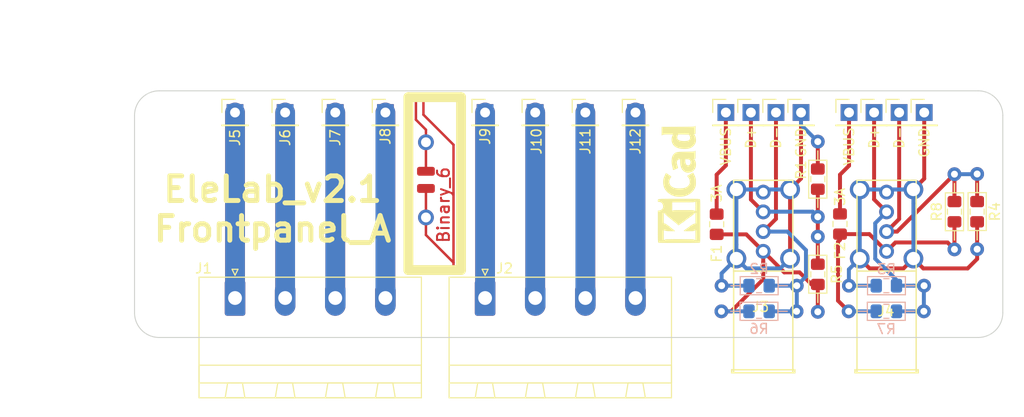
<source format=kicad_pcb>
(kicad_pcb (version 20171130) (host pcbnew "(5.1.5)-3")

  (general
    (thickness 1.6)
    (drawings 11)
    (tracks 122)
    (zones 0)
    (modules 44)
    (nets 19)
  )

  (page A4)
  (layers
    (0 F.Cu signal)
    (31 B.Cu signal)
    (32 B.Adhes user)
    (33 F.Adhes user)
    (34 B.Paste user)
    (35 F.Paste user)
    (36 B.SilkS user)
    (37 F.SilkS user)
    (38 B.Mask user hide)
    (39 F.Mask user hide)
    (40 Dwgs.User user hide)
    (41 Cmts.User user hide)
    (42 Eco1.User user)
    (43 Eco2.User user)
    (44 Edge.Cuts user)
    (45 Margin user)
    (46 B.CrtYd user)
    (47 F.CrtYd user)
    (48 B.Fab user)
    (49 F.Fab user)
  )

  (setup
    (last_trace_width 0.4)
    (user_trace_width 0.2)
    (user_trace_width 0.4)
    (trace_clearance 0.2)
    (zone_clearance 0.75)
    (zone_45_only no)
    (trace_min 0.2)
    (via_size 0.8)
    (via_drill 0.4)
    (via_min_size 0.4)
    (via_min_drill 0.3)
    (uvia_size 0.3)
    (uvia_drill 0.1)
    (uvias_allowed no)
    (uvia_min_size 0.2)
    (uvia_min_drill 0.1)
    (edge_width 0.1)
    (segment_width 0.2)
    (pcb_text_width 0.3)
    (pcb_text_size 1.5 1.5)
    (mod_edge_width 0.15)
    (mod_text_size 1 1)
    (mod_text_width 0.15)
    (pad_size 1.15 1.4)
    (pad_drill 0)
    (pad_to_mask_clearance 0)
    (solder_mask_min_width 0.25)
    (aux_axis_origin 0 0)
    (visible_elements 7FFFFFFF)
    (pcbplotparams
      (layerselection 0x010fc_ffffffff)
      (usegerberextensions true)
      (usegerberattributes false)
      (usegerberadvancedattributes false)
      (creategerberjobfile false)
      (excludeedgelayer true)
      (linewidth 0.100000)
      (plotframeref false)
      (viasonmask false)
      (mode 1)
      (useauxorigin false)
      (hpglpennumber 1)
      (hpglpenspeed 20)
      (hpglpendiameter 15.000000)
      (psnegative false)
      (psa4output false)
      (plotreference true)
      (plotvalue true)
      (plotinvisibletext false)
      (padsonsilk false)
      (subtractmaskfromsilk true)
      (outputformat 1)
      (mirror false)
      (drillshape 0)
      (scaleselection 1)
      (outputdirectory "Gerber_Frontpanel_a_rev1/"))
  )

  (net 0 "")
  (net 1 "Net-(J1-Pad4)")
  (net 2 "Net-(J1-Pad3)")
  (net 3 "Net-(J1-Pad2)")
  (net 4 "Net-(J1-Pad1)")
  (net 5 "Net-(J2-Pad1)")
  (net 6 "Net-(J10-Pad1)")
  (net 7 "Net-(J11-Pad1)")
  (net 8 "Net-(J12-Pad1)")
  (net 9 "Net-(J16-Pad1)")
  (net 10 "Net-(J14-Pad1)")
  (net 11 "Net-(J15-Pad1)")
  (net 12 "Net-(J20-Pad1)")
  (net 13 "Net-(J19-Pad1)")
  (net 14 "Net-(J18-Pad1)")
  (net 15 "Net-(F1-Pad2)")
  (net 16 "Net-(F1-Pad1)")
  (net 17 "Net-(F2-Pad1)")
  (net 18 "Net-(F2-Pad2)")

  (net_class Default "This is the default net class."
    (clearance 0.2)
    (trace_width 2)
    (via_dia 0.8)
    (via_drill 0.4)
    (uvia_dia 0.3)
    (uvia_drill 0.1)
    (add_net "Net-(F1-Pad1)")
    (add_net "Net-(F1-Pad2)")
    (add_net "Net-(F2-Pad1)")
    (add_net "Net-(F2-Pad2)")
    (add_net "Net-(J1-Pad1)")
    (add_net "Net-(J1-Pad2)")
    (add_net "Net-(J1-Pad3)")
    (add_net "Net-(J1-Pad4)")
    (add_net "Net-(J10-Pad1)")
    (add_net "Net-(J11-Pad1)")
    (add_net "Net-(J12-Pad1)")
    (add_net "Net-(J14-Pad1)")
    (add_net "Net-(J15-Pad1)")
    (add_net "Net-(J16-Pad1)")
    (add_net "Net-(J18-Pad1)")
    (add_net "Net-(J19-Pad1)")
    (add_net "Net-(J2-Pad1)")
    (add_net "Net-(J20-Pad1)")
  )

  (module Resistor_SMD:R_0805_2012Metric_Pad1.15x1.40mm_HandSolder (layer F.Cu) (tedit 5EE44F5A) (tstamp 5EE4E2AE)
    (at 169.55 95.55 90)
    (descr "Resistor SMD 0805 (2012 Metric), square (rectangular) end terminal, IPC_7351 nominal with elongated pad for handsoldering. (Body size source: https://docs.google.com/spreadsheets/d/1BsfQQcO9C6DZCsRaXUlFlo91Tg2WpOkGARC1WS5S8t0/edit?usp=sharing), generated with kicad-footprint-generator")
    (tags "resistor handsolder")
    (attr smd)
    (fp_text reference REF** (at 0 -1.65 90) (layer Dwgs.User)
      (effects (font (size 1 1) (thickness 0.15)))
    )
    (fp_text value R_0805_2012Metric_Pad1.15x1.40mm_HandSolder (at 0 1.65 90) (layer Dwgs.User) hide
      (effects (font (size 1 1) (thickness 0.15)))
    )
    (fp_text user %R (at 0 0 90) (layer Dwgs.User)
      (effects (font (size 0.5 0.5) (thickness 0.08)))
    )
    (fp_line (start 1.85 0.95) (end -1.85 0.95) (layer F.CrtYd) (width 0.05))
    (fp_line (start 1.85 -0.95) (end 1.85 0.95) (layer F.CrtYd) (width 0.05))
    (fp_line (start -1.85 -0.95) (end 1.85 -0.95) (layer F.CrtYd) (width 0.05))
    (fp_line (start -1.85 0.95) (end -1.85 -0.95) (layer F.CrtYd) (width 0.05))
    (fp_line (start -0.261252 0.71) (end 0.261252 0.71) (layer F.SilkS) (width 0.12))
    (fp_line (start -0.261252 -0.71) (end 0.261252 -0.71) (layer F.SilkS) (width 0.12))
    (fp_line (start 1 0.6) (end -1 0.6) (layer F.Fab) (width 0.1))
    (fp_line (start 1 -0.6) (end 1 0.6) (layer F.Fab) (width 0.1))
    (fp_line (start -1 -0.6) (end 1 -0.6) (layer F.Fab) (width 0.1))
    (fp_line (start -1 0.6) (end -1 -0.6) (layer F.Fab) (width 0.1))
    (pad 2 smd roundrect (at 1.025 0 90) (size 1.15 1.4) (layers F.Cu F.Paste F.Mask) (roundrect_rratio 0.217)
      (net 9 "Net-(J16-Pad1)"))
    (pad 1 smd roundrect (at -1.025 0 90) (size 1.15 1.4) (layers F.Cu F.Paste F.Mask) (roundrect_rratio 0.217)
      (net 10 "Net-(J14-Pad1)"))
    (model ${KISYS3DMOD}/Resistor_SMD.3dshapes/R_0805_2012Metric.wrl
      (at (xyz 0 0 0))
      (scale (xyz 1 1 1))
      (rotate (xyz 0 0 0))
    )
  )

  (module Resistor_SMD:R_0805_2012Metric_Pad1.15x1.40mm_HandSolder (layer F.Cu) (tedit 5EE44F26) (tstamp 5EE4DAE0)
    (at 169.55 105.2 90)
    (descr "Resistor SMD 0805 (2012 Metric), square (rectangular) end terminal, IPC_7351 nominal with elongated pad for handsoldering. (Body size source: https://docs.google.com/spreadsheets/d/1BsfQQcO9C6DZCsRaXUlFlo91Tg2WpOkGARC1WS5S8t0/edit?usp=sharing), generated with kicad-footprint-generator")
    (tags "resistor handsolder")
    (attr smd)
    (fp_text reference REF** (at 0 -1.65 90) (layer Dwgs.User)
      (effects (font (size 1 1) (thickness 0.15)))
    )
    (fp_text value R_0805_2012Metric_Pad1.15x1.40mm_HandSolder (at 0 1.65 90) (layer Dwgs.User) hide
      (effects (font (size 1 1) (thickness 0.15)))
    )
    (fp_text user %R (at 0 0 90) (layer Dwgs.User)
      (effects (font (size 0.5 0.5) (thickness 0.08)))
    )
    (fp_line (start 1.85 0.95) (end -1.85 0.95) (layer F.CrtYd) (width 0.05))
    (fp_line (start 1.85 -0.95) (end 1.85 0.95) (layer F.CrtYd) (width 0.05))
    (fp_line (start -1.85 -0.95) (end 1.85 -0.95) (layer F.CrtYd) (width 0.05))
    (fp_line (start -1.85 0.95) (end -1.85 -0.95) (layer F.CrtYd) (width 0.05))
    (fp_line (start -0.261252 0.71) (end 0.261252 0.71) (layer F.SilkS) (width 0.12))
    (fp_line (start -0.261252 -0.71) (end 0.261252 -0.71) (layer F.SilkS) (width 0.12))
    (fp_line (start 1 0.6) (end -1 0.6) (layer F.Fab) (width 0.1))
    (fp_line (start 1 -0.6) (end 1 0.6) (layer F.Fab) (width 0.1))
    (fp_line (start -1 -0.6) (end 1 -0.6) (layer F.Fab) (width 0.1))
    (fp_line (start -1 0.6) (end -1 -0.6) (layer F.Fab) (width 0.1))
    (pad 2 smd roundrect (at 1.025 0 90) (size 1.15 1.4) (layers F.Cu F.Paste F.Mask) (roundrect_rratio 0.217)
      (net 10 "Net-(J14-Pad1)"))
    (pad 1 smd roundrect (at -1.025 0 90) (size 1.15 1.4) (layers F.Cu F.Paste F.Mask) (roundrect_rratio 0.217)
      (net 16 "Net-(F1-Pad1)"))
    (model ${KISYS3DMOD}/Resistor_SMD.3dshapes/R_0805_2012Metric.wrl
      (at (xyz 0 0 0))
      (scale (xyz 1 1 1))
      (rotate (xyz 0 0 0))
    )
  )

  (module Resistor_SMD:R_0805_2012Metric_Pad1.15x1.40mm_HandSolder (layer B.Cu) (tedit 5EE43FF2) (tstamp 5EE4DAB0)
    (at 163.6 106.35)
    (descr "Resistor SMD 0805 (2012 Metric), square (rectangular) end terminal, IPC_7351 nominal with elongated pad for handsoldering. (Body size source: https://docs.google.com/spreadsheets/d/1BsfQQcO9C6DZCsRaXUlFlo91Tg2WpOkGARC1WS5S8t0/edit?usp=sharing), generated with kicad-footprint-generator")
    (tags "resistor handsolder")
    (attr smd)
    (fp_text reference REF** (at 0 1.65) (layer Dwgs.User)
      (effects (font (size 1 1) (thickness 0.15)) (justify mirror))
    )
    (fp_text value R_0805_2012Metric_Pad1.15x1.40mm_HandSolder (at 0 -1.65) (layer Dwgs.User)
      (effects (font (size 1 1) (thickness 0.15)) (justify mirror))
    )
    (fp_text user %R (at 0 0) (layer Dwgs.User)
      (effects (font (size 0.5 0.5) (thickness 0.08)) (justify mirror))
    )
    (fp_line (start 1.85 -0.95) (end -1.85 -0.95) (layer B.CrtYd) (width 0.05))
    (fp_line (start 1.85 0.95) (end 1.85 -0.95) (layer B.CrtYd) (width 0.05))
    (fp_line (start -1.85 0.95) (end 1.85 0.95) (layer B.CrtYd) (width 0.05))
    (fp_line (start -1.85 -0.95) (end -1.85 0.95) (layer B.CrtYd) (width 0.05))
    (fp_line (start -0.261252 -0.71) (end 0.261252 -0.71) (layer B.SilkS) (width 0.12))
    (fp_line (start -0.261252 0.71) (end 0.261252 0.71) (layer B.SilkS) (width 0.12))
    (fp_line (start 1 -0.6) (end -1 -0.6) (layer B.Fab) (width 0.1))
    (fp_line (start 1 0.6) (end 1 -0.6) (layer B.Fab) (width 0.1))
    (fp_line (start -1 0.6) (end 1 0.6) (layer B.Fab) (width 0.1))
    (fp_line (start -1 -0.6) (end -1 0.6) (layer B.Fab) (width 0.1))
    (pad 2 smd roundrect (at 1.025 0) (size 1.15 1.4) (layers B.Cu B.Paste B.Mask) (roundrect_rratio 0.217)
      (net 11 "Net-(J15-Pad1)"))
    (pad 1 smd roundrect (at -1.025 0) (size 1.15 1.4) (layers B.Cu B.Paste B.Mask) (roundrect_rratio 0.217)
      (net 9 "Net-(J16-Pad1)"))
    (model ${KISYS3DMOD}/Resistor_SMD.3dshapes/R_0805_2012Metric.wrl
      (at (xyz 0 0 0))
      (scale (xyz 1 1 1))
      (rotate (xyz 0 0 0))
    )
  )

  (module Resistor_SMD:R_0805_2012Metric_Pad1.15x1.40mm_HandSolder (layer B.Cu) (tedit 5EE4401D) (tstamp 5EE4E53F)
    (at 163.6 108.95)
    (descr "Resistor SMD 0805 (2012 Metric), square (rectangular) end terminal, IPC_7351 nominal with elongated pad for handsoldering. (Body size source: https://docs.google.com/spreadsheets/d/1BsfQQcO9C6DZCsRaXUlFlo91Tg2WpOkGARC1WS5S8t0/edit?usp=sharing), generated with kicad-footprint-generator")
    (tags "resistor handsolder")
    (attr smd)
    (fp_text reference REF** (at 0 1.65) (layer Dwgs.User)
      (effects (font (size 1 1) (thickness 0.15)) (justify mirror))
    )
    (fp_text value R_0805_2012Metric_Pad1.15x1.40mm_HandSolder (at 0 -1.65) (layer Dwgs.User)
      (effects (font (size 1 1) (thickness 0.15)) (justify mirror))
    )
    (fp_text user %R (at 0 0) (layer Dwgs.User)
      (effects (font (size 0.5 0.5) (thickness 0.08)) (justify mirror))
    )
    (fp_line (start 1.85 -0.95) (end -1.85 -0.95) (layer B.CrtYd) (width 0.05))
    (fp_line (start 1.85 0.95) (end 1.85 -0.95) (layer B.CrtYd) (width 0.05))
    (fp_line (start -1.85 0.95) (end 1.85 0.95) (layer B.CrtYd) (width 0.05))
    (fp_line (start -1.85 -0.95) (end -1.85 0.95) (layer B.CrtYd) (width 0.05))
    (fp_line (start -0.261252 -0.71) (end 0.261252 -0.71) (layer B.SilkS) (width 0.12))
    (fp_line (start -0.261252 0.71) (end 0.261252 0.71) (layer B.SilkS) (width 0.12))
    (fp_line (start 1 -0.6) (end -1 -0.6) (layer B.Fab) (width 0.1))
    (fp_line (start 1 0.6) (end 1 -0.6) (layer B.Fab) (width 0.1))
    (fp_line (start -1 0.6) (end 1 0.6) (layer B.Fab) (width 0.1))
    (fp_line (start -1 -0.6) (end -1 0.6) (layer B.Fab) (width 0.1))
    (pad 2 smd roundrect (at 1.025 0) (size 1.15 1.4) (layers B.Cu B.Paste B.Mask) (roundrect_rratio 0.217)
      (net 11 "Net-(J15-Pad1)"))
    (pad 1 smd roundrect (at -1.025 0) (size 1.15 1.4) (layers B.Cu B.Paste B.Mask) (roundrect_rratio 0.217)
      (net 16 "Net-(F1-Pad1)"))
    (model ${KISYS3DMOD}/Resistor_SMD.3dshapes/R_0805_2012Metric.wrl
      (at (xyz 0 0 0))
      (scale (xyz 1 1 1))
      (rotate (xyz 0 0 0))
    )
  )

  (module Resistor_SMD:R_0805_2012Metric_Pad1.15x1.40mm_HandSolder (layer B.Cu) (tedit 5EE43F10) (tstamp 5EE4DA05)
    (at 176.5 106.35)
    (descr "Resistor SMD 0805 (2012 Metric), square (rectangular) end terminal, IPC_7351 nominal with elongated pad for handsoldering. (Body size source: https://docs.google.com/spreadsheets/d/1BsfQQcO9C6DZCsRaXUlFlo91Tg2WpOkGARC1WS5S8t0/edit?usp=sharing), generated with kicad-footprint-generator")
    (tags "resistor handsolder")
    (attr smd)
    (fp_text reference REF** (at 0 1.65) (layer Dwgs.User)
      (effects (font (size 1 1) (thickness 0.15)) (justify mirror))
    )
    (fp_text value R_0805_2012Metric_Pad1.15x1.40mm_HandSolder (at 0 -1.65) (layer Dwgs.User)
      (effects (font (size 1 1) (thickness 0.15)) (justify mirror))
    )
    (fp_text user %R (at 0 0) (layer B.Fab)
      (effects (font (size 0.5 0.5) (thickness 0.08)) (justify mirror))
    )
    (fp_line (start 1.85 -0.95) (end -1.85 -0.95) (layer B.CrtYd) (width 0.05))
    (fp_line (start 1.85 0.95) (end 1.85 -0.95) (layer B.CrtYd) (width 0.05))
    (fp_line (start -1.85 0.95) (end 1.85 0.95) (layer B.CrtYd) (width 0.05))
    (fp_line (start -1.85 -0.95) (end -1.85 0.95) (layer B.CrtYd) (width 0.05))
    (fp_line (start -0.261252 -0.71) (end 0.261252 -0.71) (layer B.SilkS) (width 0.12))
    (fp_line (start -0.261252 0.71) (end 0.261252 0.71) (layer B.SilkS) (width 0.12))
    (fp_line (start 1 -0.6) (end -1 -0.6) (layer B.Fab) (width 0.1))
    (fp_line (start 1 0.6) (end 1 -0.6) (layer B.Fab) (width 0.1))
    (fp_line (start -1 0.6) (end 1 0.6) (layer B.Fab) (width 0.1))
    (fp_line (start -1 -0.6) (end -1 0.6) (layer B.Fab) (width 0.1))
    (pad 2 smd roundrect (at 1.025 0) (size 1.15 1.4) (layers B.Cu B.Paste B.Mask) (roundrect_rratio 0.217)
      (net 14 "Net-(J18-Pad1)"))
    (pad 1 smd roundrect (at -1.025 0) (size 1.15 1.4) (layers B.Cu B.Paste B.Mask) (roundrect_rratio 0.217)
      (net 12 "Net-(J20-Pad1)"))
    (model ${KISYS3DMOD}/Resistor_SMD.3dshapes/R_0805_2012Metric.wrl
      (at (xyz 0 0 0))
      (scale (xyz 1 1 1))
      (rotate (xyz 0 0 0))
    )
  )

  (module Resistor_SMD:R_0805_2012Metric_Pad1.15x1.40mm_HandSolder (layer B.Cu) (tedit 5EE43F55) (tstamp 5EE4DA35)
    (at 176.5 108.95)
    (descr "Resistor SMD 0805 (2012 Metric), square (rectangular) end terminal, IPC_7351 nominal with elongated pad for handsoldering. (Body size source: https://docs.google.com/spreadsheets/d/1BsfQQcO9C6DZCsRaXUlFlo91Tg2WpOkGARC1WS5S8t0/edit?usp=sharing), generated with kicad-footprint-generator")
    (tags "resistor handsolder")
    (attr smd)
    (fp_text reference REF** (at 0 1.65) (layer Dwgs.User)
      (effects (font (size 1 1) (thickness 0.15)) (justify mirror))
    )
    (fp_text value R_0805_2012Metric_Pad1.15x1.40mm_HandSolder (at 0 -1.65) (layer Dwgs.User)
      (effects (font (size 1 1) (thickness 0.15)) (justify mirror))
    )
    (fp_text user %R (at 0 0) (layer B.Fab)
      (effects (font (size 0.5 0.5) (thickness 0.08)) (justify mirror))
    )
    (fp_line (start 1.85 -0.95) (end -1.85 -0.95) (layer B.CrtYd) (width 0.05))
    (fp_line (start 1.85 0.95) (end 1.85 -0.95) (layer B.CrtYd) (width 0.05))
    (fp_line (start -1.85 0.95) (end 1.85 0.95) (layer B.CrtYd) (width 0.05))
    (fp_line (start -1.85 -0.95) (end -1.85 0.95) (layer B.CrtYd) (width 0.05))
    (fp_line (start -0.261252 -0.71) (end 0.261252 -0.71) (layer B.SilkS) (width 0.12))
    (fp_line (start -0.261252 0.71) (end 0.261252 0.71) (layer B.SilkS) (width 0.12))
    (fp_line (start 1 -0.6) (end -1 -0.6) (layer B.Fab) (width 0.1))
    (fp_line (start 1 0.6) (end 1 -0.6) (layer B.Fab) (width 0.1))
    (fp_line (start -1 0.6) (end 1 0.6) (layer B.Fab) (width 0.1))
    (fp_line (start -1 -0.6) (end -1 0.6) (layer B.Fab) (width 0.1))
    (pad 2 smd roundrect (at 1.025 0) (size 1.15 1.4) (layers B.Cu B.Paste B.Mask) (roundrect_rratio 0.217)
      (net 14 "Net-(J18-Pad1)"))
    (pad 1 smd roundrect (at -1.025 0) (size 1.15 1.4) (layers B.Cu B.Paste B.Mask) (roundrect_rratio 0.217)
      (net 17 "Net-(F2-Pad1)"))
    (model ${KISYS3DMOD}/Resistor_SMD.3dshapes/R_0805_2012Metric.wrl
      (at (xyz 0 0 0))
      (scale (xyz 1 1 1))
      (rotate (xyz 0 0 0))
    )
  )

  (module Resistor_SMD:R_0805_2012Metric_Pad1.15x1.40mm_HandSolder (layer F.Cu) (tedit 5EE43E79) (tstamp 5EE4DA65)
    (at 183.4 98.85 90)
    (descr "Resistor SMD 0805 (2012 Metric), square (rectangular) end terminal, IPC_7351 nominal with elongated pad for handsoldering. (Body size source: https://docs.google.com/spreadsheets/d/1BsfQQcO9C6DZCsRaXUlFlo91Tg2WpOkGARC1WS5S8t0/edit?usp=sharing), generated with kicad-footprint-generator")
    (tags "resistor handsolder")
    (attr smd)
    (fp_text reference REF** (at 0 -1.65 90) (layer Dwgs.User) hide
      (effects (font (size 1 1) (thickness 0.15)))
    )
    (fp_text value R_0805_2012Metric_Pad1.15x1.40mm_HandSolder (at 0 1.65 90) (layer Dwgs.User) hide
      (effects (font (size 1 1) (thickness 0.15)))
    )
    (fp_text user %R (at 0 0 90) (layer Dwgs.User)
      (effects (font (size 0.5 0.5) (thickness 0.08)))
    )
    (fp_line (start 1.85 0.95) (end -1.85 0.95) (layer F.CrtYd) (width 0.05))
    (fp_line (start 1.85 -0.95) (end 1.85 0.95) (layer F.CrtYd) (width 0.05))
    (fp_line (start -1.85 -0.95) (end 1.85 -0.95) (layer F.CrtYd) (width 0.05))
    (fp_line (start -1.85 0.95) (end -1.85 -0.95) (layer F.CrtYd) (width 0.05))
    (fp_line (start -0.261252 0.71) (end 0.261252 0.71) (layer F.SilkS) (width 0.12))
    (fp_line (start -0.261252 -0.71) (end 0.261252 -0.71) (layer F.SilkS) (width 0.12))
    (fp_line (start 1 0.6) (end -1 0.6) (layer F.Fab) (width 0.1))
    (fp_line (start 1 -0.6) (end 1 0.6) (layer F.Fab) (width 0.1))
    (fp_line (start -1 -0.6) (end 1 -0.6) (layer F.Fab) (width 0.1))
    (fp_line (start -1 0.6) (end -1 -0.6) (layer F.Fab) (width 0.1))
    (pad 2 smd roundrect (at 1.025 0 90) (size 1.15 1.4) (layers F.Cu F.Paste F.Mask) (roundrect_rratio 0.217)
      (net 13 "Net-(J19-Pad1)"))
    (pad 1 smd roundrect (at -1.025 0 90) (size 1.15 1.4) (layers F.Cu F.Paste F.Mask) (roundrect_rratio 0.217)
      (net 17 "Net-(F2-Pad1)"))
    (model ${KISYS3DMOD}/Resistor_SMD.3dshapes/R_0805_2012Metric.wrl
      (at (xyz 0 0 0))
      (scale (xyz 1 1 1))
      (rotate (xyz 0 0 0))
    )
  )

  (module Resistor_SMD:R_0805_2012Metric_Pad1.15x1.40mm_HandSolder (layer F.Cu) (tedit 5EE43E33) (tstamp 5EE4E4EB)
    (at 185.7 98.85 90)
    (descr "Resistor SMD 0805 (2012 Metric), square (rectangular) end terminal, IPC_7351 nominal with elongated pad for handsoldering. (Body size source: https://docs.google.com/spreadsheets/d/1BsfQQcO9C6DZCsRaXUlFlo91Tg2WpOkGARC1WS5S8t0/edit?usp=sharing), generated with kicad-footprint-generator")
    (tags "resistor handsolder")
    (attr smd)
    (fp_text reference REF** (at 0 4.2 90) (layer Dwgs.User) hide
      (effects (font (size 1 1) (thickness 0.15)))
    )
    (fp_text value R_0805_2012Metric_Pad1.15x1.40mm_HandSolder (at 0 1.65 90) (layer Dwgs.User)
      (effects (font (size 1 1) (thickness 0.15)))
    )
    (fp_text user %R (at 0 0 90) (layer Dwgs.User)
      (effects (font (size 0.5 0.5) (thickness 0.08)))
    )
    (fp_line (start 1.85 0.95) (end -1.85 0.95) (layer F.CrtYd) (width 0.05))
    (fp_line (start 1.85 -0.95) (end 1.85 0.95) (layer F.CrtYd) (width 0.05))
    (fp_line (start -1.85 -0.95) (end 1.85 -0.95) (layer F.CrtYd) (width 0.05))
    (fp_line (start -1.85 0.95) (end -1.85 -0.95) (layer F.CrtYd) (width 0.05))
    (fp_line (start -0.261252 0.71) (end 0.261252 0.71) (layer F.SilkS) (width 0.12))
    (fp_line (start -0.261252 -0.71) (end 0.261252 -0.71) (layer F.SilkS) (width 0.12))
    (fp_line (start 1 0.6) (end -1 0.6) (layer F.Fab) (width 0.1))
    (fp_line (start 1 -0.6) (end 1 0.6) (layer F.Fab) (width 0.1))
    (fp_line (start -1 -0.6) (end 1 -0.6) (layer F.Fab) (width 0.1))
    (fp_line (start -1 0.6) (end -1 -0.6) (layer F.Fab) (width 0.1))
    (pad 2 smd roundrect (at 1.025 0 90) (size 1.15 1.4) (layers F.Cu F.Paste F.Mask) (roundrect_rratio 0.217)
      (net 13 "Net-(J19-Pad1)"))
    (pad 1 smd roundrect (at -1.025 0 90) (size 1.15 1.4) (layers F.Cu F.Paste F.Mask) (roundrect_rratio 0.217)
      (net 12 "Net-(J20-Pad1)"))
    (model ${KISYS3DMOD}/Resistor_SMD.3dshapes/R_0805_2012Metric.wrl
      (at (xyz 0 0 0))
      (scale (xyz 1 1 1))
      (rotate (xyz 0 0 0))
    )
  )

  (module Connector_Phoenix_MSTB:PhoenixContact_MSTBA_2,5_4-G-5,08_1x04_P5.08mm_Horizontal (layer F.Cu) (tedit 5B785047) (tstamp 5EE4E106)
    (at 135.83 107.6)
    (descr "Generic Phoenix Contact connector footprint for: MSTBA_2,5/4-G-5,08; number of pins: 04; pin pitch: 5.08mm; Angled || order number: 1757268 12A || order number: 1923885 16A (HC)")
    (tags "phoenix_contact connector MSTBA_01x04_G_5.08mm")
    (path /5D50703B)
    (fp_text reference J2 (at 1.97 -3 180) (layer F.SilkS)
      (effects (font (size 1 1) (thickness 0.15)))
    )
    (fp_text value Conn_01x04 (at 7.62 11.2) (layer F.Fab)
      (effects (font (size 1 1) (thickness 0.15)))
    )
    (fp_line (start -3.65 -2.11) (end -3.65 10.11) (layer F.SilkS) (width 0.12))
    (fp_line (start -3.65 10.11) (end 18.89 10.11) (layer F.SilkS) (width 0.12))
    (fp_line (start 18.89 10.11) (end 18.89 -2.11) (layer F.SilkS) (width 0.12))
    (fp_line (start 18.89 -2.11) (end -3.65 -2.11) (layer F.SilkS) (width 0.12))
    (fp_line (start -3.54 -2) (end -3.54 10) (layer F.Fab) (width 0.1))
    (fp_line (start -3.54 10) (end 18.78 10) (layer F.Fab) (width 0.1))
    (fp_line (start 18.78 10) (end 18.78 -2) (layer F.Fab) (width 0.1))
    (fp_line (start 18.78 -2) (end -3.54 -2) (layer F.Fab) (width 0.1))
    (fp_line (start -3.65 8.61) (end -3.65 6.81) (layer F.SilkS) (width 0.12))
    (fp_line (start -3.65 6.81) (end 18.89 6.81) (layer F.SilkS) (width 0.12))
    (fp_line (start 18.89 6.81) (end 18.89 8.61) (layer F.SilkS) (width 0.12))
    (fp_line (start 18.89 8.61) (end -3.65 8.61) (layer F.SilkS) (width 0.12))
    (fp_line (start -1 10.11) (end 1 10.11) (layer F.SilkS) (width 0.12))
    (fp_line (start 1 10.11) (end 0.75 8.61) (layer F.SilkS) (width 0.12))
    (fp_line (start 0.75 8.61) (end -0.75 8.61) (layer F.SilkS) (width 0.12))
    (fp_line (start -0.75 8.61) (end -1 10.11) (layer F.SilkS) (width 0.12))
    (fp_line (start 4.08 10.11) (end 6.08 10.11) (layer F.SilkS) (width 0.12))
    (fp_line (start 6.08 10.11) (end 5.83 8.61) (layer F.SilkS) (width 0.12))
    (fp_line (start 5.83 8.61) (end 4.33 8.61) (layer F.SilkS) (width 0.12))
    (fp_line (start 4.33 8.61) (end 4.08 10.11) (layer F.SilkS) (width 0.12))
    (fp_line (start 9.16 10.11) (end 11.16 10.11) (layer F.SilkS) (width 0.12))
    (fp_line (start 11.16 10.11) (end 10.91 8.61) (layer F.SilkS) (width 0.12))
    (fp_line (start 10.91 8.61) (end 9.41 8.61) (layer F.SilkS) (width 0.12))
    (fp_line (start 9.41 8.61) (end 9.16 10.11) (layer F.SilkS) (width 0.12))
    (fp_line (start 14.24 10.11) (end 16.24 10.11) (layer F.SilkS) (width 0.12))
    (fp_line (start 16.24 10.11) (end 15.99 8.61) (layer F.SilkS) (width 0.12))
    (fp_line (start 15.99 8.61) (end 14.49 8.61) (layer F.SilkS) (width 0.12))
    (fp_line (start 14.49 8.61) (end 14.24 10.11) (layer F.SilkS) (width 0.12))
    (fp_line (start -4.04 -2.5) (end -4.04 10.5) (layer F.CrtYd) (width 0.05))
    (fp_line (start -4.04 10.5) (end 19.28 10.5) (layer F.CrtYd) (width 0.05))
    (fp_line (start 19.28 10.5) (end 19.28 -2.5) (layer F.CrtYd) (width 0.05))
    (fp_line (start 19.28 -2.5) (end -4.04 -2.5) (layer F.CrtYd) (width 0.05))
    (fp_line (start 0.3 -2.91) (end 0 -2.31) (layer F.SilkS) (width 0.12))
    (fp_line (start 0 -2.31) (end -0.3 -2.91) (layer F.SilkS) (width 0.12))
    (fp_line (start -0.3 -2.91) (end 0.3 -2.91) (layer F.SilkS) (width 0.12))
    (fp_line (start 0.95 -2) (end 0 -0.5) (layer F.Fab) (width 0.1))
    (fp_line (start 0 -0.5) (end -0.95 -2) (layer F.Fab) (width 0.1))
    (fp_text user %R (at 7.62 -1.3) (layer F.Fab)
      (effects (font (size 1 1) (thickness 0.15)))
    )
    (pad 1 thru_hole roundrect (at 0 0) (size 2.08 3.6) (drill 1.4) (layers *.Cu *.Mask) (roundrect_rratio 0.120192)
      (net 5 "Net-(J2-Pad1)"))
    (pad 2 thru_hole oval (at 5.08 0) (size 2.08 3.6) (drill 1.4) (layers *.Cu *.Mask)
      (net 6 "Net-(J10-Pad1)"))
    (pad 3 thru_hole oval (at 10.16 0) (size 2.08 3.6) (drill 1.4) (layers *.Cu *.Mask)
      (net 7 "Net-(J11-Pad1)"))
    (pad 4 thru_hole oval (at 15.24 0) (size 2.08 3.6) (drill 1.4) (layers *.Cu *.Mask)
      (net 8 "Net-(J12-Pad1)"))
    (model ${KISYS3DMOD}/Connector_Phoenix_MSTB.3dshapes/PhoenixContact_MSTBA_2,5_4-G-5,08_1x04_P5.08mm_Horizontal.wrl
      (at (xyz 0 0 0))
      (scale (xyz 1 1 1))
      (rotate (xyz 0 0 0))
    )
  )

  (module Resistor_THT:R_Axial_DIN0204_L3.6mm_D1.6mm_P7.62mm_Horizontal (layer F.Cu) (tedit 5AE5139B) (tstamp 5EE4E368)
    (at 183.4 95.05 270)
    (descr "Resistor, Axial_DIN0204 series, Axial, Horizontal, pin pitch=7.62mm, 0.167W, length*diameter=3.6*1.6mm^2, http://cdn-reichelt.de/documents/datenblatt/B400/1_4W%23YAG.pdf")
    (tags "Resistor Axial_DIN0204 series Axial Horizontal pin pitch 7.62mm 0.167W length 3.6mm diameter 1.6mm")
    (path /5EE8A4FE)
    (fp_text reference R8 (at 3.81 1.8 90) (layer F.SilkS)
      (effects (font (size 1 1) (thickness 0.15)))
    )
    (fp_text value 75k (at 3.81 1.92 90) (layer F.Fab)
      (effects (font (size 1 1) (thickness 0.15)))
    )
    (fp_text user %R (at 3.81 0 90) (layer F.Fab)
      (effects (font (size 0.72 0.72) (thickness 0.108)))
    )
    (fp_line (start 8.57 -1.05) (end -0.95 -1.05) (layer F.CrtYd) (width 0.05))
    (fp_line (start 8.57 1.05) (end 8.57 -1.05) (layer F.CrtYd) (width 0.05))
    (fp_line (start -0.95 1.05) (end 8.57 1.05) (layer F.CrtYd) (width 0.05))
    (fp_line (start -0.95 -1.05) (end -0.95 1.05) (layer F.CrtYd) (width 0.05))
    (fp_line (start 6.68 0) (end 5.73 0) (layer F.SilkS) (width 0.12))
    (fp_line (start 0.94 0) (end 1.89 0) (layer F.SilkS) (width 0.12))
    (fp_line (start 5.73 -0.92) (end 1.89 -0.92) (layer F.SilkS) (width 0.12))
    (fp_line (start 5.73 0.92) (end 5.73 -0.92) (layer F.SilkS) (width 0.12))
    (fp_line (start 1.89 0.92) (end 5.73 0.92) (layer F.SilkS) (width 0.12))
    (fp_line (start 1.89 -0.92) (end 1.89 0.92) (layer F.SilkS) (width 0.12))
    (fp_line (start 7.62 0) (end 5.61 0) (layer F.Fab) (width 0.1))
    (fp_line (start 0 0) (end 2.01 0) (layer F.Fab) (width 0.1))
    (fp_line (start 5.61 -0.8) (end 2.01 -0.8) (layer F.Fab) (width 0.1))
    (fp_line (start 5.61 0.8) (end 5.61 -0.8) (layer F.Fab) (width 0.1))
    (fp_line (start 2.01 0.8) (end 5.61 0.8) (layer F.Fab) (width 0.1))
    (fp_line (start 2.01 -0.8) (end 2.01 0.8) (layer F.Fab) (width 0.1))
    (pad 2 thru_hole oval (at 7.62 0 270) (size 1.4 1.4) (drill 0.7) (layers *.Cu *.Mask)
      (net 17 "Net-(F2-Pad1)"))
    (pad 1 thru_hole circle (at 0 0 270) (size 1.4 1.4) (drill 0.7) (layers *.Cu *.Mask)
      (net 13 "Net-(J19-Pad1)"))
    (model ${KISYS3DMOD}/Resistor_THT.3dshapes/R_Axial_DIN0204_L3.6mm_D1.6mm_P7.62mm_Horizontal.wrl
      (at (xyz 0 0 0))
      (scale (xyz 1 1 1))
      (rotate (xyz 0 0 0))
    )
  )

  (module Resistor_THT:R_Axial_DIN0204_L3.6mm_D1.6mm_P7.62mm_Horizontal (layer B.Cu) (tedit 5AE5139B) (tstamp 5EE4E42E)
    (at 172.7 106.35)
    (descr "Resistor, Axial_DIN0204 series, Axial, Horizontal, pin pitch=7.62mm, 0.167W, length*diameter=3.6*1.6mm^2, http://cdn-reichelt.de/documents/datenblatt/B400/1_4W%23YAG.pdf")
    (tags "Resistor Axial_DIN0204 series Axial Horizontal pin pitch 7.62mm 0.167W length 3.6mm diameter 1.6mm")
    (path /5EE8A4F6)
    (fp_text reference R3 (at 3.8 -1.675) (layer B.SilkS)
      (effects (font (size 1 1) (thickness 0.15)) (justify mirror))
    )
    (fp_text value 50k (at 3.81 -1.92) (layer B.Fab)
      (effects (font (size 1 1) (thickness 0.15)) (justify mirror))
    )
    (fp_text user %R (at 3.81 0) (layer B.Fab)
      (effects (font (size 0.72 0.72) (thickness 0.108)) (justify mirror))
    )
    (fp_line (start 8.57 1.05) (end -0.95 1.05) (layer B.CrtYd) (width 0.05))
    (fp_line (start 8.57 -1.05) (end 8.57 1.05) (layer B.CrtYd) (width 0.05))
    (fp_line (start -0.95 -1.05) (end 8.57 -1.05) (layer B.CrtYd) (width 0.05))
    (fp_line (start -0.95 1.05) (end -0.95 -1.05) (layer B.CrtYd) (width 0.05))
    (fp_line (start 6.68 0) (end 5.73 0) (layer B.SilkS) (width 0.12))
    (fp_line (start 0.94 0) (end 1.89 0) (layer B.SilkS) (width 0.12))
    (fp_line (start 5.73 0.92) (end 1.89 0.92) (layer B.SilkS) (width 0.12))
    (fp_line (start 5.73 -0.92) (end 5.73 0.92) (layer B.SilkS) (width 0.12))
    (fp_line (start 1.89 -0.92) (end 5.73 -0.92) (layer B.SilkS) (width 0.12))
    (fp_line (start 1.89 0.92) (end 1.89 -0.92) (layer B.SilkS) (width 0.12))
    (fp_line (start 7.62 0) (end 5.61 0) (layer B.Fab) (width 0.1))
    (fp_line (start 0 0) (end 2.01 0) (layer B.Fab) (width 0.1))
    (fp_line (start 5.61 0.8) (end 2.01 0.8) (layer B.Fab) (width 0.1))
    (fp_line (start 5.61 -0.8) (end 5.61 0.8) (layer B.Fab) (width 0.1))
    (fp_line (start 2.01 -0.8) (end 5.61 -0.8) (layer B.Fab) (width 0.1))
    (fp_line (start 2.01 0.8) (end 2.01 -0.8) (layer B.Fab) (width 0.1))
    (pad 2 thru_hole oval (at 7.62 0) (size 1.4 1.4) (drill 0.7) (layers *.Cu *.Mask)
      (net 14 "Net-(J18-Pad1)"))
    (pad 1 thru_hole circle (at 0 0) (size 1.4 1.4) (drill 0.7) (layers *.Cu *.Mask)
      (net 12 "Net-(J20-Pad1)"))
    (model ${KISYS3DMOD}/Resistor_THT.3dshapes/R_Axial_DIN0204_L3.6mm_D1.6mm_P7.62mm_Horizontal.wrl
      (at (xyz 0 0 0))
      (scale (xyz 1 1 1))
      (rotate (xyz 0 0 0))
    )
  )

  (module Resistor_THT:R_Axial_DIN0204_L3.6mm_D1.6mm_P7.62mm_Horizontal (layer B.Cu) (tedit 5AE5139B) (tstamp 5EE4E46F)
    (at 180.3 108.95 180)
    (descr "Resistor, Axial_DIN0204 series, Axial, Horizontal, pin pitch=7.62mm, 0.167W, length*diameter=3.6*1.6mm^2, http://cdn-reichelt.de/documents/datenblatt/B400/1_4W%23YAG.pdf")
    (tags "Resistor Axial_DIN0204 series Axial Horizontal pin pitch 7.62mm 0.167W length 3.6mm diameter 1.6mm")
    (path /5EE8A4F0)
    (fp_text reference R7 (at 3.81 -1.8) (layer B.SilkS)
      (effects (font (size 1 1) (thickness 0.15)) (justify mirror))
    )
    (fp_text value 75k (at 3.81 -1.92) (layer B.Fab)
      (effects (font (size 1 1) (thickness 0.15)) (justify mirror))
    )
    (fp_line (start 8.57 1.05) (end -0.95 1.05) (layer B.CrtYd) (width 0.05))
    (fp_line (start 8.57 -1.05) (end 8.57 1.05) (layer B.CrtYd) (width 0.05))
    (fp_line (start -0.95 -1.05) (end 8.57 -1.05) (layer B.CrtYd) (width 0.05))
    (fp_line (start -0.95 1.05) (end -0.95 -1.05) (layer B.CrtYd) (width 0.05))
    (fp_line (start 6.68 0) (end 5.73 0) (layer B.SilkS) (width 0.12))
    (fp_line (start 0.94 0) (end 1.89 0) (layer B.SilkS) (width 0.12))
    (fp_line (start 5.73 0.92) (end 1.89 0.92) (layer B.SilkS) (width 0.12))
    (fp_line (start 5.73 -0.92) (end 5.73 0.92) (layer B.SilkS) (width 0.12))
    (fp_line (start 1.89 -0.92) (end 5.73 -0.92) (layer B.SilkS) (width 0.12))
    (fp_line (start 1.89 0.92) (end 1.89 -0.92) (layer B.SilkS) (width 0.12))
    (fp_line (start 7.62 0) (end 5.61 0) (layer B.Fab) (width 0.1))
    (fp_line (start 0 0) (end 2.01 0) (layer B.Fab) (width 0.1))
    (fp_line (start 5.61 0.8) (end 2.01 0.8) (layer B.Fab) (width 0.1))
    (fp_line (start 5.61 -0.8) (end 5.61 0.8) (layer B.Fab) (width 0.1))
    (fp_line (start 2.01 -0.8) (end 5.61 -0.8) (layer B.Fab) (width 0.1))
    (fp_line (start 2.01 0.8) (end 2.01 -0.8) (layer B.Fab) (width 0.1))
    (pad 2 thru_hole oval (at 7.62 0 180) (size 1.4 1.4) (drill 0.7) (layers *.Cu *.Mask)
      (net 17 "Net-(F2-Pad1)"))
    (pad 1 thru_hole circle (at 0 0 180) (size 1.4 1.4) (drill 0.7) (layers *.Cu *.Mask)
      (net 14 "Net-(J18-Pad1)"))
    (model ${KISYS3DMOD}/Resistor_THT.3dshapes/R_Axial_DIN0204_L3.6mm_D1.6mm_P7.62mm_Horizontal.wrl
      (at (xyz 0 0 0))
      (scale (xyz 1 1 1))
      (rotate (xyz 0 0 0))
    )
  )

  (module Resistor_THT:R_Axial_DIN0204_L3.6mm_D1.6mm_P7.62mm_Horizontal (layer B.Cu) (tedit 5AE5139B) (tstamp 5EE4E326)
    (at 167.4 108.95 180)
    (descr "Resistor, Axial_DIN0204 series, Axial, Horizontal, pin pitch=7.62mm, 0.167W, length*diameter=3.6*1.6mm^2, http://cdn-reichelt.de/documents/datenblatt/B400/1_4W%23YAG.pdf")
    (tags "Resistor Axial_DIN0204 series Axial Horizontal pin pitch 7.62mm 0.167W length 3.6mm diameter 1.6mm")
    (path /5EE63289)
    (fp_text reference R6 (at 3.81 -1.775) (layer B.SilkS)
      (effects (font (size 1 1) (thickness 0.15)) (justify mirror))
    )
    (fp_text value 75k (at 3.81 -1.92) (layer B.Fab)
      (effects (font (size 1 1) (thickness 0.15)) (justify mirror))
    )
    (fp_text user %R (at 3.81 0) (layer B.Fab)
      (effects (font (size 0.72 0.72) (thickness 0.108)) (justify mirror))
    )
    (fp_line (start 8.57 1.05) (end -0.95 1.05) (layer B.CrtYd) (width 0.05))
    (fp_line (start 8.57 -1.05) (end 8.57 1.05) (layer B.CrtYd) (width 0.05))
    (fp_line (start -0.95 -1.05) (end 8.57 -1.05) (layer B.CrtYd) (width 0.05))
    (fp_line (start -0.95 1.05) (end -0.95 -1.05) (layer B.CrtYd) (width 0.05))
    (fp_line (start 6.68 0) (end 5.73 0) (layer B.SilkS) (width 0.12))
    (fp_line (start 0.94 0) (end 1.89 0) (layer B.SilkS) (width 0.12))
    (fp_line (start 5.73 0.92) (end 1.89 0.92) (layer B.SilkS) (width 0.12))
    (fp_line (start 5.73 -0.92) (end 5.73 0.92) (layer B.SilkS) (width 0.12))
    (fp_line (start 1.89 -0.92) (end 5.73 -0.92) (layer B.SilkS) (width 0.12))
    (fp_line (start 1.89 0.92) (end 1.89 -0.92) (layer B.SilkS) (width 0.12))
    (fp_line (start 7.62 0) (end 5.61 0) (layer B.Fab) (width 0.1))
    (fp_line (start 0 0) (end 2.01 0) (layer B.Fab) (width 0.1))
    (fp_line (start 5.61 0.8) (end 2.01 0.8) (layer B.Fab) (width 0.1))
    (fp_line (start 5.61 -0.8) (end 5.61 0.8) (layer B.Fab) (width 0.1))
    (fp_line (start 2.01 -0.8) (end 5.61 -0.8) (layer B.Fab) (width 0.1))
    (fp_line (start 2.01 0.8) (end 2.01 -0.8) (layer B.Fab) (width 0.1))
    (pad 2 thru_hole oval (at 7.62 0 180) (size 1.4 1.4) (drill 0.7) (layers *.Cu *.Mask)
      (net 16 "Net-(F1-Pad1)"))
    (pad 1 thru_hole circle (at 0 0 180) (size 1.4 1.4) (drill 0.7) (layers *.Cu *.Mask)
      (net 11 "Net-(J15-Pad1)"))
    (model ${KISYS3DMOD}/Resistor_THT.3dshapes/R_Axial_DIN0204_L3.6mm_D1.6mm_P7.62mm_Horizontal.wrl
      (at (xyz 0 0 0))
      (scale (xyz 1 1 1))
      (rotate (xyz 0 0 0))
    )
  )

  (module Resistor_THT:R_Axial_DIN0204_L3.6mm_D1.6mm_P7.62mm_Horizontal (layer F.Cu) (tedit 5AE5139B) (tstamp 5EE4E2E4)
    (at 169.55 101.38 270)
    (descr "Resistor, Axial_DIN0204 series, Axial, Horizontal, pin pitch=7.62mm, 0.167W, length*diameter=3.6*1.6mm^2, http://cdn-reichelt.de/documents/datenblatt/B400/1_4W%23YAG.pdf")
    (tags "Resistor Axial_DIN0204 series Axial Horizontal pin pitch 7.62mm 0.167W length 3.6mm diameter 1.6mm")
    (path /5EE56388)
    (fp_text reference R5 (at 3.81 -1.92 90) (layer F.SilkS)
      (effects (font (size 1 1) (thickness 0.15)))
    )
    (fp_text value 75k (at 3.81 1.92 90) (layer F.Fab)
      (effects (font (size 1 1) (thickness 0.15)))
    )
    (fp_text user %R (at 3.81 0 90) (layer F.Fab)
      (effects (font (size 0.72 0.72) (thickness 0.108)))
    )
    (fp_line (start 8.57 -1.05) (end -0.95 -1.05) (layer F.CrtYd) (width 0.05))
    (fp_line (start 8.57 1.05) (end 8.57 -1.05) (layer F.CrtYd) (width 0.05))
    (fp_line (start -0.95 1.05) (end 8.57 1.05) (layer F.CrtYd) (width 0.05))
    (fp_line (start -0.95 -1.05) (end -0.95 1.05) (layer F.CrtYd) (width 0.05))
    (fp_line (start 6.68 0) (end 5.73 0) (layer F.SilkS) (width 0.12))
    (fp_line (start 0.94 0) (end 1.89 0) (layer F.SilkS) (width 0.12))
    (fp_line (start 5.73 -0.92) (end 1.89 -0.92) (layer F.SilkS) (width 0.12))
    (fp_line (start 5.73 0.92) (end 5.73 -0.92) (layer F.SilkS) (width 0.12))
    (fp_line (start 1.89 0.92) (end 5.73 0.92) (layer F.SilkS) (width 0.12))
    (fp_line (start 1.89 -0.92) (end 1.89 0.92) (layer F.SilkS) (width 0.12))
    (fp_line (start 7.62 0) (end 5.61 0) (layer F.Fab) (width 0.1))
    (fp_line (start 0 0) (end 2.01 0) (layer F.Fab) (width 0.1))
    (fp_line (start 5.61 -0.8) (end 2.01 -0.8) (layer F.Fab) (width 0.1))
    (fp_line (start 5.61 0.8) (end 5.61 -0.8) (layer F.Fab) (width 0.1))
    (fp_line (start 2.01 0.8) (end 5.61 0.8) (layer F.Fab) (width 0.1))
    (fp_line (start 2.01 -0.8) (end 2.01 0.8) (layer F.Fab) (width 0.1))
    (pad 2 thru_hole oval (at 7.62 0 270) (size 1.4 1.4) (drill 0.7) (layers *.Cu *.Mask)
      (net 16 "Net-(F1-Pad1)"))
    (pad 1 thru_hole circle (at 0 0 270) (size 1.4 1.4) (drill 0.7) (layers *.Cu *.Mask)
      (net 10 "Net-(J14-Pad1)"))
    (model ${KISYS3DMOD}/Resistor_THT.3dshapes/R_Axial_DIN0204_L3.6mm_D1.6mm_P7.62mm_Horizontal.wrl
      (at (xyz 0 0 0))
      (scale (xyz 1 1 1))
      (rotate (xyz 0 0 0))
    )
  )

  (module Resistor_THT:R_Axial_DIN0204_L3.6mm_D1.6mm_P7.62mm_Horizontal (layer F.Cu) (tedit 5AE5139B) (tstamp 5EE4E4AF)
    (at 185.7 102.65 90)
    (descr "Resistor, Axial_DIN0204 series, Axial, Horizontal, pin pitch=7.62mm, 0.167W, length*diameter=3.6*1.6mm^2, http://cdn-reichelt.de/documents/datenblatt/B400/1_4W%23YAG.pdf")
    (tags "Resistor Axial_DIN0204 series Axial Horizontal pin pitch 7.62mm 0.167W length 3.6mm diameter 1.6mm")
    (path /5EE8A504)
    (fp_text reference R4 (at 3.8 1.8 90) (layer F.SilkS)
      (effects (font (size 1 1) (thickness 0.15)))
    )
    (fp_text value 50k (at 3.85 1.8 90) (layer F.Fab)
      (effects (font (size 1 1) (thickness 0.15)))
    )
    (fp_text user %R (at 3.81 0 90) (layer F.Fab)
      (effects (font (size 0.72 0.72) (thickness 0.108)))
    )
    (fp_line (start 8.57 -1.05) (end -0.95 -1.05) (layer F.CrtYd) (width 0.05))
    (fp_line (start 8.57 1.05) (end 8.57 -1.05) (layer F.CrtYd) (width 0.05))
    (fp_line (start -0.95 1.05) (end 8.57 1.05) (layer F.CrtYd) (width 0.05))
    (fp_line (start -0.95 -1.05) (end -0.95 1.05) (layer F.CrtYd) (width 0.05))
    (fp_line (start 6.68 0) (end 5.73 0) (layer F.SilkS) (width 0.12))
    (fp_line (start 0.94 0) (end 1.89 0) (layer F.SilkS) (width 0.12))
    (fp_line (start 5.73 -0.92) (end 1.89 -0.92) (layer F.SilkS) (width 0.12))
    (fp_line (start 5.73 0.92) (end 5.73 -0.92) (layer F.SilkS) (width 0.12))
    (fp_line (start 1.89 0.92) (end 5.73 0.92) (layer F.SilkS) (width 0.12))
    (fp_line (start 1.89 -0.92) (end 1.89 0.92) (layer F.SilkS) (width 0.12))
    (fp_line (start 7.62 0) (end 5.61 0) (layer F.Fab) (width 0.1))
    (fp_line (start 0 0) (end 2.01 0) (layer F.Fab) (width 0.1))
    (fp_line (start 5.61 -0.8) (end 2.01 -0.8) (layer F.Fab) (width 0.1))
    (fp_line (start 5.61 0.8) (end 5.61 -0.8) (layer F.Fab) (width 0.1))
    (fp_line (start 2.01 0.8) (end 5.61 0.8) (layer F.Fab) (width 0.1))
    (fp_line (start 2.01 -0.8) (end 2.01 0.8) (layer F.Fab) (width 0.1))
    (pad 2 thru_hole oval (at 7.62 0 90) (size 1.4 1.4) (drill 0.7) (layers *.Cu *.Mask)
      (net 13 "Net-(J19-Pad1)"))
    (pad 1 thru_hole circle (at 0 0 90) (size 1.4 1.4) (drill 0.7) (layers *.Cu *.Mask)
      (net 12 "Net-(J20-Pad1)"))
    (model ${KISYS3DMOD}/Resistor_THT.3dshapes/R_Axial_DIN0204_L3.6mm_D1.6mm_P7.62mm_Horizontal.wrl
      (at (xyz 0 0 0))
      (scale (xyz 1 1 1))
      (rotate (xyz 0 0 0))
    )
  )

  (module Resistor_THT:R_Axial_DIN0204_L3.6mm_D1.6mm_P7.62mm_Horizontal (layer B.Cu) (tedit 5AE5139B) (tstamp 5EE4E3AA)
    (at 159.8 106.35)
    (descr "Resistor, Axial_DIN0204 series, Axial, Horizontal, pin pitch=7.62mm, 0.167W, length*diameter=3.6*1.6mm^2, http://cdn-reichelt.de/documents/datenblatt/B400/1_4W%23YAG.pdf")
    (tags "Resistor Axial_DIN0204 series Axial Horizontal pin pitch 7.62mm 0.167W length 3.6mm diameter 1.6mm")
    (path /5EE6486A)
    (fp_text reference R2 (at 3.8 -1.7) (layer B.SilkS)
      (effects (font (size 1 1) (thickness 0.15)) (justify mirror))
    )
    (fp_text value 50k (at 3.81 -1.92) (layer B.Fab)
      (effects (font (size 1 1) (thickness 0.15)) (justify mirror))
    )
    (fp_text user %R (at 3.81 0) (layer B.Fab)
      (effects (font (size 0.72 0.72) (thickness 0.108)) (justify mirror))
    )
    (fp_line (start 8.57 1.05) (end -0.95 1.05) (layer B.CrtYd) (width 0.05))
    (fp_line (start 8.57 -1.05) (end 8.57 1.05) (layer B.CrtYd) (width 0.05))
    (fp_line (start -0.95 -1.05) (end 8.57 -1.05) (layer B.CrtYd) (width 0.05))
    (fp_line (start -0.95 1.05) (end -0.95 -1.05) (layer B.CrtYd) (width 0.05))
    (fp_line (start 6.68 0) (end 5.73 0) (layer B.SilkS) (width 0.12))
    (fp_line (start 0.94 0) (end 1.89 0) (layer B.SilkS) (width 0.12))
    (fp_line (start 5.73 0.92) (end 1.89 0.92) (layer B.SilkS) (width 0.12))
    (fp_line (start 5.73 -0.92) (end 5.73 0.92) (layer B.SilkS) (width 0.12))
    (fp_line (start 1.89 -0.92) (end 5.73 -0.92) (layer B.SilkS) (width 0.12))
    (fp_line (start 1.89 0.92) (end 1.89 -0.92) (layer B.SilkS) (width 0.12))
    (fp_line (start 7.62 0) (end 5.61 0) (layer B.Fab) (width 0.1))
    (fp_line (start 0 0) (end 2.01 0) (layer B.Fab) (width 0.1))
    (fp_line (start 5.61 0.8) (end 2.01 0.8) (layer B.Fab) (width 0.1))
    (fp_line (start 5.61 -0.8) (end 5.61 0.8) (layer B.Fab) (width 0.1))
    (fp_line (start 2.01 -0.8) (end 5.61 -0.8) (layer B.Fab) (width 0.1))
    (fp_line (start 2.01 0.8) (end 2.01 -0.8) (layer B.Fab) (width 0.1))
    (pad 2 thru_hole oval (at 7.62 0) (size 1.4 1.4) (drill 0.7) (layers *.Cu *.Mask)
      (net 11 "Net-(J15-Pad1)"))
    (pad 1 thru_hole circle (at 0 0) (size 1.4 1.4) (drill 0.7) (layers *.Cu *.Mask)
      (net 9 "Net-(J16-Pad1)"))
    (model ${KISYS3DMOD}/Resistor_THT.3dshapes/R_Axial_DIN0204_L3.6mm_D1.6mm_P7.62mm_Horizontal.wrl
      (at (xyz 0 0 0))
      (scale (xyz 1 1 1))
      (rotate (xyz 0 0 0))
    )
  )

  (module Resistor_THT:R_Axial_DIN0204_L3.6mm_D1.6mm_P7.62mm_Horizontal (layer F.Cu) (tedit 5AE5139B) (tstamp 5EE4E3EC)
    (at 169.55 91.75 270)
    (descr "Resistor, Axial_DIN0204 series, Axial, Horizontal, pin pitch=7.62mm, 0.167W, length*diameter=3.6*1.6mm^2, http://cdn-reichelt.de/documents/datenblatt/B400/1_4W%23YAG.pdf")
    (tags "Resistor Axial_DIN0204 series Axial Horizontal pin pitch 7.62mm 0.167W length 3.6mm diameter 1.6mm")
    (path /5EE57C74)
    (fp_text reference R1 (at 2.875 1.7 90) (layer F.SilkS)
      (effects (font (size 1 1) (thickness 0.15)))
    )
    (fp_text value 50k (at 3.81 1.92 90) (layer F.Fab)
      (effects (font (size 1 1) (thickness 0.15)))
    )
    (fp_text user %R (at 3.81 0 90) (layer F.Fab)
      (effects (font (size 0.72 0.72) (thickness 0.108)))
    )
    (fp_line (start 8.57 -1.05) (end -0.95 -1.05) (layer F.CrtYd) (width 0.05))
    (fp_line (start 8.57 1.05) (end 8.57 -1.05) (layer F.CrtYd) (width 0.05))
    (fp_line (start -0.95 1.05) (end 8.57 1.05) (layer F.CrtYd) (width 0.05))
    (fp_line (start -0.95 -1.05) (end -0.95 1.05) (layer F.CrtYd) (width 0.05))
    (fp_line (start 6.68 0) (end 5.73 0) (layer F.SilkS) (width 0.12))
    (fp_line (start 0.94 0) (end 1.89 0) (layer F.SilkS) (width 0.12))
    (fp_line (start 5.73 -0.92) (end 1.89 -0.92) (layer F.SilkS) (width 0.12))
    (fp_line (start 5.73 0.92) (end 5.73 -0.92) (layer F.SilkS) (width 0.12))
    (fp_line (start 1.89 0.92) (end 5.73 0.92) (layer F.SilkS) (width 0.12))
    (fp_line (start 1.89 -0.92) (end 1.89 0.92) (layer F.SilkS) (width 0.12))
    (fp_line (start 7.62 0) (end 5.61 0) (layer F.Fab) (width 0.1))
    (fp_line (start 0 0) (end 2.01 0) (layer F.Fab) (width 0.1))
    (fp_line (start 5.61 -0.8) (end 2.01 -0.8) (layer F.Fab) (width 0.1))
    (fp_line (start 5.61 0.8) (end 5.61 -0.8) (layer F.Fab) (width 0.1))
    (fp_line (start 2.01 0.8) (end 5.61 0.8) (layer F.Fab) (width 0.1))
    (fp_line (start 2.01 -0.8) (end 2.01 0.8) (layer F.Fab) (width 0.1))
    (pad 2 thru_hole oval (at 7.62 0 270) (size 1.4 1.4) (drill 0.7) (layers *.Cu *.Mask)
      (net 10 "Net-(J14-Pad1)"))
    (pad 1 thru_hole circle (at 0 0 270) (size 1.4 1.4) (drill 0.7) (layers *.Cu *.Mask)
      (net 9 "Net-(J16-Pad1)"))
    (model ${KISYS3DMOD}/Resistor_THT.3dshapes/R_Axial_DIN0204_L3.6mm_D1.6mm_P7.62mm_Horizontal.wrl
      (at (xyz 0 0 0))
      (scale (xyz 1 1 1))
      (rotate (xyz 0 0 0))
    )
  )

  (module MeineBib:EigenesMountingHole_2.7mm_M2.5 (layer F.Cu) (tedit 5D5042AD) (tstamp 5EE4E290)
    (at 103.3 89.6)
    (descr "Mounting Hole 2.7mm, no annular, M2.5")
    (tags "mounting hole 2.7mm no annular m2.5")
    (path /5D54E5FF)
    (attr virtual)
    (fp_text reference H1 (at 0 -3.7) (layer F.Fab)
      (effects (font (size 1 1) (thickness 0.15)))
    )
    (fp_text value MountingHole (at 0 3.7) (layer F.Fab)
      (effects (font (size 1 1) (thickness 0.15)))
    )
    (fp_circle (center 0 0) (end 2.95 0) (layer F.CrtYd) (width 0.05))
    (fp_circle (center 0 0) (end 2.7 0) (layer Cmts.User) (width 0.15))
    (fp_text user %R (at 0.3 0) (layer F.Fab)
      (effects (font (size 1 1) (thickness 0.15)))
    )
    (pad "" np_thru_hole circle (at 0 0) (size 2.7 2.7) (drill 2.7) (layers *.Cu *.Mask)
      (solder_mask_margin 1.5) (clearance 1.5))
  )

  (module MeineBib:EigenesMountingHole_2.7mm_M2.5 (layer F.Cu) (tedit 5D5042B3) (tstamp 5EE4E167)
    (at 185.3 89.6)
    (descr "Mounting Hole 2.7mm, no annular, M2.5")
    (tags "mounting hole 2.7mm no annular m2.5")
    (path /5D54E645)
    (attr virtual)
    (fp_text reference H2 (at 0 -3.7) (layer F.Fab)
      (effects (font (size 1 1) (thickness 0.15)))
    )
    (fp_text value MountingHole (at 0 3.7) (layer Dwgs.User)
      (effects (font (size 1 1) (thickness 0.15)))
    )
    (fp_text user %R (at 0.3 0) (layer F.Fab)
      (effects (font (size 1 1) (thickness 0.15)))
    )
    (fp_circle (center 0 0) (end 2.7 0) (layer Cmts.User) (width 0.15))
    (fp_circle (center 0 0) (end 2.95 0) (layer F.CrtYd) (width 0.05))
    (pad "" np_thru_hole circle (at 0 0) (size 2.7 2.7) (drill 2.7) (layers *.Cu *.Mask)
      (solder_mask_margin 1.5) (clearance 1.5))
  )

  (module MeineBib:EigenesMountingHole_2.7mm_M2.5 (layer F.Cu) (tedit 5D5042A9) (tstamp 5EE4DFC9)
    (at 103.3 108.6)
    (descr "Mounting Hole 2.7mm, no annular, M2.5")
    (tags "mounting hole 2.7mm no annular m2.5")
    (path /5D54E663)
    (attr virtual)
    (fp_text reference H3 (at 0 -3.7) (layer F.Fab)
      (effects (font (size 1 1) (thickness 0.15)))
    )
    (fp_text value MountingHole (at 0 3.7) (layer F.Fab)
      (effects (font (size 1 1) (thickness 0.15)))
    )
    (fp_circle (center 0 0) (end 2.95 0) (layer F.CrtYd) (width 0.05))
    (fp_circle (center 0 0) (end 2.7 0) (layer Cmts.User) (width 0.15))
    (fp_text user %R (at 0.3 0) (layer F.Fab)
      (effects (font (size 1 1) (thickness 0.15)))
    )
    (pad "" np_thru_hole circle (at 0 0) (size 2.7 2.7) (drill 2.7) (layers *.Cu *.Mask)
      (solder_mask_margin 1.5) (clearance 1.5))
  )

  (module MeineBib:EigenesMountingHole_2.7mm_M2.5 (layer F.Cu) (tedit 5D5042B7) (tstamp 5EE4E17C)
    (at 185.3 108.6)
    (descr "Mounting Hole 2.7mm, no annular, M2.5")
    (tags "mounting hole 2.7mm no annular m2.5")
    (path /5D54E685)
    (attr virtual)
    (fp_text reference H4 (at 0 -3.7) (layer F.Fab)
      (effects (font (size 1 1) (thickness 0.15)))
    )
    (fp_text value MountingHole (at 0 3.7) (layer F.Fab)
      (effects (font (size 1 1) (thickness 0.15)))
    )
    (fp_text user %R (at 0.3 0) (layer F.Fab)
      (effects (font (size 1 1) (thickness 0.15)))
    )
    (fp_circle (center 0 0) (end 2.7 0) (layer Cmts.User) (width 0.15))
    (fp_circle (center 0 0) (end 2.95 0) (layer F.CrtYd) (width 0.05))
    (pad "" np_thru_hole circle (at 0 0) (size 2.7 2.7) (drill 2.7) (layers *.Cu *.Mask)
      (solder_mask_margin 1.5) (clearance 1.5))
  )

  (module Connector_Phoenix_MSTB:PhoenixContact_MSTBA_2,5_4-G-5,08_1x04_P5.08mm_Horizontal (layer F.Cu) (tedit 5B785047) (tstamp 5EE4E1F3)
    (at 110.485 107.6)
    (descr "Generic Phoenix Contact connector footprint for: MSTBA_2,5/4-G-5,08; number of pins: 04; pin pitch: 5.08mm; Angled || order number: 1757268 12A || order number: 1923885 16A (HC)")
    (tags "phoenix_contact connector MSTBA_01x04_G_5.08mm")
    (path /5D506FC5)
    (fp_text reference J1 (at -3.185 -3 180) (layer F.SilkS)
      (effects (font (size 1 1) (thickness 0.15)))
    )
    (fp_text value Conn_01x04 (at 7.62 11.2) (layer F.Fab)
      (effects (font (size 1 1) (thickness 0.15)))
    )
    (fp_text user %R (at 7.62 -1.3) (layer F.Fab)
      (effects (font (size 1 1) (thickness 0.15)))
    )
    (fp_line (start 0 -0.5) (end -0.95 -2) (layer F.Fab) (width 0.1))
    (fp_line (start 0.95 -2) (end 0 -0.5) (layer F.Fab) (width 0.1))
    (fp_line (start -0.3 -2.91) (end 0.3 -2.91) (layer F.SilkS) (width 0.12))
    (fp_line (start 0 -2.31) (end -0.3 -2.91) (layer F.SilkS) (width 0.12))
    (fp_line (start 0.3 -2.91) (end 0 -2.31) (layer F.SilkS) (width 0.12))
    (fp_line (start 19.28 -2.5) (end -4.04 -2.5) (layer F.CrtYd) (width 0.05))
    (fp_line (start 19.28 10.5) (end 19.28 -2.5) (layer F.CrtYd) (width 0.05))
    (fp_line (start -4.04 10.5) (end 19.28 10.5) (layer F.CrtYd) (width 0.05))
    (fp_line (start -4.04 -2.5) (end -4.04 10.5) (layer F.CrtYd) (width 0.05))
    (fp_line (start 14.49 8.61) (end 14.24 10.11) (layer F.SilkS) (width 0.12))
    (fp_line (start 15.99 8.61) (end 14.49 8.61) (layer F.SilkS) (width 0.12))
    (fp_line (start 16.24 10.11) (end 15.99 8.61) (layer F.SilkS) (width 0.12))
    (fp_line (start 14.24 10.11) (end 16.24 10.11) (layer F.SilkS) (width 0.12))
    (fp_line (start 9.41 8.61) (end 9.16 10.11) (layer F.SilkS) (width 0.12))
    (fp_line (start 10.91 8.61) (end 9.41 8.61) (layer F.SilkS) (width 0.12))
    (fp_line (start 11.16 10.11) (end 10.91 8.61) (layer F.SilkS) (width 0.12))
    (fp_line (start 9.16 10.11) (end 11.16 10.11) (layer F.SilkS) (width 0.12))
    (fp_line (start 4.33 8.61) (end 4.08 10.11) (layer F.SilkS) (width 0.12))
    (fp_line (start 5.83 8.61) (end 4.33 8.61) (layer F.SilkS) (width 0.12))
    (fp_line (start 6.08 10.11) (end 5.83 8.61) (layer F.SilkS) (width 0.12))
    (fp_line (start 4.08 10.11) (end 6.08 10.11) (layer F.SilkS) (width 0.12))
    (fp_line (start -0.75 8.61) (end -1 10.11) (layer F.SilkS) (width 0.12))
    (fp_line (start 0.75 8.61) (end -0.75 8.61) (layer F.SilkS) (width 0.12))
    (fp_line (start 1 10.11) (end 0.75 8.61) (layer F.SilkS) (width 0.12))
    (fp_line (start -1 10.11) (end 1 10.11) (layer F.SilkS) (width 0.12))
    (fp_line (start 18.89 8.61) (end -3.65 8.61) (layer F.SilkS) (width 0.12))
    (fp_line (start 18.89 6.81) (end 18.89 8.61) (layer F.SilkS) (width 0.12))
    (fp_line (start -3.65 6.81) (end 18.89 6.81) (layer F.SilkS) (width 0.12))
    (fp_line (start -3.65 8.61) (end -3.65 6.81) (layer F.SilkS) (width 0.12))
    (fp_line (start 18.78 -2) (end -3.54 -2) (layer F.Fab) (width 0.1))
    (fp_line (start 18.78 10) (end 18.78 -2) (layer F.Fab) (width 0.1))
    (fp_line (start -3.54 10) (end 18.78 10) (layer F.Fab) (width 0.1))
    (fp_line (start -3.54 -2) (end -3.54 10) (layer F.Fab) (width 0.1))
    (fp_line (start 18.89 -2.11) (end -3.65 -2.11) (layer F.SilkS) (width 0.12))
    (fp_line (start 18.89 10.11) (end 18.89 -2.11) (layer F.SilkS) (width 0.12))
    (fp_line (start -3.65 10.11) (end 18.89 10.11) (layer F.SilkS) (width 0.12))
    (fp_line (start -3.65 -2.11) (end -3.65 10.11) (layer F.SilkS) (width 0.12))
    (pad 4 thru_hole oval (at 15.24 0) (size 2.08 3.6) (drill 1.4) (layers *.Cu *.Mask)
      (net 1 "Net-(J1-Pad4)"))
    (pad 3 thru_hole oval (at 10.16 0) (size 2.08 3.6) (drill 1.4) (layers *.Cu *.Mask)
      (net 2 "Net-(J1-Pad3)"))
    (pad 2 thru_hole oval (at 5.08 0) (size 2.08 3.6) (drill 1.4) (layers *.Cu *.Mask)
      (net 3 "Net-(J1-Pad2)"))
    (pad 1 thru_hole roundrect (at 0 0) (size 2.08 3.6) (drill 1.4) (layers *.Cu *.Mask) (roundrect_rratio 0.120192)
      (net 4 "Net-(J1-Pad1)"))
    (model ${KISYS3DMOD}/Connector_Phoenix_MSTB.3dshapes/PhoenixContact_MSTBA_2,5_4-G-5,08_1x04_P5.08mm_Horizontal.wrl
      (at (xyz 0 0 0))
      (scale (xyz 1 1 1))
      (rotate (xyz 0 0 0))
    )
  )

  (module MeineBib:USB_B_Standing (layer F.Cu) (tedit 5B35180F) (tstamp 5EE4E0AB)
    (at 161.02 95.67)
    (path /5D50749A)
    (fp_text reference J3 (at 2.73 12.83 180) (layer F.SilkS)
      (effects (font (size 1 1) (thickness 0.15)))
    )
    (fp_text value USB_A (at -1.6 5.1 90) (layer F.Fab)
      (effects (font (size 1 1) (thickness 0.15)))
    )
    (fp_line (start 6.2 19.5) (end 6.2 19.2) (layer F.SilkS) (width 0.15))
    (fp_line (start 6.2 19.2) (end -0.2 19.2) (layer F.SilkS) (width 0.15))
    (fp_line (start -0.2 19.2) (end -0.2 19.5) (layer F.SilkS) (width 0.15))
    (fp_line (start 0.2 9.2) (end 0 9.2) (layer F.SilkS) (width 0.15))
    (fp_line (start 0.1 9.2) (end 6 9.2) (layer F.SilkS) (width 0.15))
    (fp_line (start 6.2 19.5) (end 6 19.5) (layer F.SilkS) (width 0.15))
    (fp_line (start 0 19.5) (end -0.2 19.5) (layer F.SilkS) (width 0.15))
    (fp_line (start 6 19.5) (end 6 0) (layer F.SilkS) (width 0.15))
    (fp_line (start 0 0) (end 0 19.5) (layer F.SilkS) (width 0.15))
    (fp_line (start 0 19.5) (end 6 19.5) (layer F.SilkS) (width 0.15))
    (fp_line (start 0 0) (end 6 0) (layer F.SilkS) (width 0.15))
    (fp_text user "A-USB A-E" (at 0 0) (layer Dwgs.User) hide
      (effects (font (size 1 1) (thickness 0.15)))
    )
    (pad 4 thru_hole circle (at 3 1.2) (size 1.5 1.5) (drill 0.9) (layers *.Cu *.Mask)
      (net 9 "Net-(J16-Pad1)"))
    (pad 3 thru_hole circle (at 3 3.2) (size 1.5 1.5) (drill 0.9) (layers *.Cu *.Mask)
      (net 10 "Net-(J14-Pad1)"))
    (pad 2 thru_hole circle (at 3 5.2) (size 1.5 1.5) (drill 0.9) (layers *.Cu *.Mask)
      (net 11 "Net-(J15-Pad1)"))
    (pad 1 thru_hole circle (at 3 7.2) (size 1.5 1.5) (drill 0.9) (layers *.Cu *.Mask)
      (net 16 "Net-(F1-Pad1)"))
    (pad 5 thru_hole circle (at 5.72 0.93) (size 2 2) (drill 1.35) (layers *.Cu *.Mask)
      (net 9 "Net-(J16-Pad1)"))
    (pad 5 thru_hole circle (at 0.28 0.93) (size 2 2) (drill 1.35) (layers *.Cu *.Mask)
      (net 9 "Net-(J16-Pad1)"))
    (pad 5 thru_hole circle (at 5.72 7.93) (size 2 2) (drill 1.35) (layers *.Cu *.Mask)
      (net 9 "Net-(J16-Pad1)"))
    (pad 5 thru_hole circle (at 0.28 7.93) (size 2 2) (drill 1.35) (layers *.Cu *.Mask)
      (net 9 "Net-(J16-Pad1)"))
    (model "  "
      (at (xyz 0 0 0))
      (scale (xyz 1 1 1))
      (rotate (xyz 0 0 0))
    )
    (model C:/Users/Collin/Documents/KiCAD/Libraries/A-USB-2-A-E--3DModel-STEP-56544.STEP
      (offset (xyz 3 -4.2 -2.8))
      (scale (xyz 1 1 1))
      (rotate (xyz -90 0 90))
    )
  )

  (module MeineBib:USB_B_Standing (layer F.Cu) (tedit 5B35180F) (tstamp 5EE4E066)
    (at 173.52 95.67)
    (path /5D5076AC)
    (fp_text reference J4 (at 2.93 13.28 180) (layer F.SilkS)
      (effects (font (size 1 1) (thickness 0.15)))
    )
    (fp_text value USB_A (at -1.6 5.1 90) (layer F.Fab)
      (effects (font (size 1 1) (thickness 0.15)))
    )
    (fp_line (start 0 0) (end 6 0) (layer F.SilkS) (width 0.15))
    (fp_line (start 0 19.5) (end 6 19.5) (layer F.SilkS) (width 0.15))
    (fp_line (start 0 0) (end 0 19.5) (layer F.SilkS) (width 0.15))
    (fp_line (start 6 19.5) (end 6 0) (layer F.SilkS) (width 0.15))
    (fp_line (start 0 19.5) (end -0.2 19.5) (layer F.SilkS) (width 0.15))
    (fp_line (start 6.2 19.5) (end 6 19.5) (layer F.SilkS) (width 0.15))
    (fp_line (start 0.1 9.2) (end 6 9.2) (layer F.SilkS) (width 0.15))
    (fp_line (start 0.2 9.2) (end 0 9.2) (layer F.SilkS) (width 0.15))
    (fp_line (start -0.2 19.2) (end -0.2 19.5) (layer F.SilkS) (width 0.15))
    (fp_line (start 6.2 19.2) (end -0.2 19.2) (layer F.SilkS) (width 0.15))
    (fp_line (start 6.2 19.5) (end 6.2 19.2) (layer F.SilkS) (width 0.15))
    (fp_text user "A-USB A-E" (at 0 0) (layer Dwgs.User) hide
      (effects (font (size 1 1) (thickness 0.15)))
    )
    (pad 5 thru_hole circle (at 0.28 7.93) (size 2 2) (drill 1.35) (layers *.Cu *.Mask)
      (net 12 "Net-(J20-Pad1)"))
    (pad 5 thru_hole circle (at 5.72 7.93) (size 2 2) (drill 1.35) (layers *.Cu *.Mask)
      (net 12 "Net-(J20-Pad1)"))
    (pad 5 thru_hole circle (at 0.28 0.93) (size 2 2) (drill 1.35) (layers *.Cu *.Mask)
      (net 12 "Net-(J20-Pad1)"))
    (pad 5 thru_hole circle (at 5.72 0.93) (size 2 2) (drill 1.35) (layers *.Cu *.Mask)
      (net 12 "Net-(J20-Pad1)"))
    (pad 1 thru_hole circle (at 3 7.2) (size 1.5 1.5) (drill 0.9) (layers *.Cu *.Mask)
      (net 17 "Net-(F2-Pad1)"))
    (pad 2 thru_hole circle (at 3 5.2) (size 1.5 1.5) (drill 0.9) (layers *.Cu *.Mask)
      (net 13 "Net-(J19-Pad1)"))
    (pad 3 thru_hole circle (at 3 3.2) (size 1.5 1.5) (drill 0.9) (layers *.Cu *.Mask)
      (net 14 "Net-(J18-Pad1)"))
    (pad 4 thru_hole circle (at 3 1.2) (size 1.5 1.5) (drill 0.9) (layers *.Cu *.Mask)
      (net 12 "Net-(J20-Pad1)"))
    (model C:/Users/Collin/Documents/KiCAD/Libraries/A-USB-2-A-E--3DModel-STEP-56544.STEP
      (offset (xyz 3 -4.2 -2.8))
      (scale (xyz 1 1 1))
      (rotate (xyz -90 0 90))
    )
  )

  (module Connector_PinHeader_2.54mm:PinHeader_1x01_P2.54mm_Vertical (layer F.Cu) (tedit 59FED5CC) (tstamp 5EE4E027)
    (at 110.485 88.8)
    (descr "Through hole straight pin header, 1x01, 2.54mm pitch, single row")
    (tags "Through hole pin header THT 1x01 2.54mm single row")
    (path /5D5070D6)
    (fp_text reference J5 (at 0 2.54 90) (layer F.SilkS)
      (effects (font (size 1 1) (thickness 0.15)))
    )
    (fp_text value Conn_01x01 (at 0 2.33) (layer Dwgs.User)
      (effects (font (size 1 1) (thickness 0.15)))
    )
    (fp_text user %R (at 0 0 90) (layer F.Fab)
      (effects (font (size 1 1) (thickness 0.15)))
    )
    (fp_line (start 1.8 -1.8) (end -1.8 -1.8) (layer F.CrtYd) (width 0.05))
    (fp_line (start 1.8 1.8) (end 1.8 -1.8) (layer F.CrtYd) (width 0.05))
    (fp_line (start -1.8 1.8) (end 1.8 1.8) (layer F.CrtYd) (width 0.05))
    (fp_line (start -1.8 -1.8) (end -1.8 1.8) (layer F.CrtYd) (width 0.05))
    (fp_line (start -1.33 -1.33) (end 0 -1.33) (layer F.SilkS) (width 0.12))
    (fp_line (start -1.33 0) (end -1.33 -1.33) (layer F.SilkS) (width 0.12))
    (fp_line (start -1.33 1.27) (end 1.33 1.27) (layer F.SilkS) (width 0.12))
    (fp_line (start 1.33 1.27) (end 1.33 1.33) (layer F.SilkS) (width 0.12))
    (fp_line (start -1.33 1.27) (end -1.33 1.33) (layer F.SilkS) (width 0.12))
    (fp_line (start -1.33 1.33) (end 1.33 1.33) (layer F.SilkS) (width 0.12))
    (fp_line (start -1.27 -0.635) (end -0.635 -1.27) (layer F.Fab) (width 0.1))
    (fp_line (start -1.27 1.27) (end -1.27 -0.635) (layer F.Fab) (width 0.1))
    (fp_line (start 1.27 1.27) (end -1.27 1.27) (layer F.Fab) (width 0.1))
    (fp_line (start 1.27 -1.27) (end 1.27 1.27) (layer F.Fab) (width 0.1))
    (fp_line (start -0.635 -1.27) (end 1.27 -1.27) (layer F.Fab) (width 0.1))
    (pad 1 thru_hole rect (at 0 0) (size 1.7 1.7) (drill 1) (layers *.Cu *.Mask)
      (net 4 "Net-(J1-Pad1)"))
    (model ${KISYS3DMOD}/Connector_PinHeader_2.54mm.3dshapes/PinHeader_1x01_P2.54mm_Vertical.wrl
      (at (xyz 0 0 0))
      (scale (xyz 1 1 1))
      (rotate (xyz 0 0 0))
    )
  )

  (module Connector_PinHeader_2.54mm:PinHeader_1x01_P2.54mm_Vertical (layer F.Cu) (tedit 59FED5CC) (tstamp 5EE4DF9A)
    (at 115.565 88.8)
    (descr "Through hole straight pin header, 1x01, 2.54mm pitch, single row")
    (tags "Through hole pin header THT 1x01 2.54mm single row")
    (path /5D5085C6)
    (fp_text reference J6 (at 0 2.54 90) (layer F.SilkS)
      (effects (font (size 1 1) (thickness 0.15)))
    )
    (fp_text value Conn_01x01 (at 0 2.33) (layer Dwgs.User)
      (effects (font (size 1 1) (thickness 0.15)))
    )
    (fp_line (start -0.635 -1.27) (end 1.27 -1.27) (layer F.Fab) (width 0.1))
    (fp_line (start 1.27 -1.27) (end 1.27 1.27) (layer F.Fab) (width 0.1))
    (fp_line (start 1.27 1.27) (end -1.27 1.27) (layer F.Fab) (width 0.1))
    (fp_line (start -1.27 1.27) (end -1.27 -0.635) (layer F.Fab) (width 0.1))
    (fp_line (start -1.27 -0.635) (end -0.635 -1.27) (layer F.Fab) (width 0.1))
    (fp_line (start -1.33 1.33) (end 1.33 1.33) (layer F.SilkS) (width 0.12))
    (fp_line (start -1.33 1.27) (end -1.33 1.33) (layer F.SilkS) (width 0.12))
    (fp_line (start 1.33 1.27) (end 1.33 1.33) (layer F.SilkS) (width 0.12))
    (fp_line (start -1.33 1.27) (end 1.33 1.27) (layer F.SilkS) (width 0.12))
    (fp_line (start -1.33 0) (end -1.33 -1.33) (layer F.SilkS) (width 0.12))
    (fp_line (start -1.33 -1.33) (end 0 -1.33) (layer F.SilkS) (width 0.12))
    (fp_line (start -1.8 -1.8) (end -1.8 1.8) (layer F.CrtYd) (width 0.05))
    (fp_line (start -1.8 1.8) (end 1.8 1.8) (layer F.CrtYd) (width 0.05))
    (fp_line (start 1.8 1.8) (end 1.8 -1.8) (layer F.CrtYd) (width 0.05))
    (fp_line (start 1.8 -1.8) (end -1.8 -1.8) (layer F.CrtYd) (width 0.05))
    (fp_text user %R (at 0 0 90) (layer F.Fab)
      (effects (font (size 1 1) (thickness 0.15)))
    )
    (pad 1 thru_hole rect (at 0 0) (size 1.7 1.7) (drill 1) (layers *.Cu *.Mask)
      (net 3 "Net-(J1-Pad2)"))
    (model ${KISYS3DMOD}/Connector_PinHeader_2.54mm.3dshapes/PinHeader_1x01_P2.54mm_Vertical.wrl
      (at (xyz 0 0 0))
      (scale (xyz 1 1 1))
      (rotate (xyz 0 0 0))
    )
  )

  (module Connector_PinHeader_2.54mm:PinHeader_1x01_P2.54mm_Vertical (layer F.Cu) (tedit 59FED5CC) (tstamp 5EE4E19E)
    (at 120.645 88.8)
    (descr "Through hole straight pin header, 1x01, 2.54mm pitch, single row")
    (tags "Through hole pin header THT 1x01 2.54mm single row")
    (path /5D5085FA)
    (fp_text reference J7 (at 0 2.54 90) (layer F.SilkS)
      (effects (font (size 1 1) (thickness 0.15)))
    )
    (fp_text value Conn_01x01 (at 0 2.33) (layer Dwgs.User)
      (effects (font (size 1 1) (thickness 0.15)))
    )
    (fp_text user %R (at 0 0 90) (layer F.Fab)
      (effects (font (size 1 1) (thickness 0.15)))
    )
    (fp_line (start 1.8 -1.8) (end -1.8 -1.8) (layer F.CrtYd) (width 0.05))
    (fp_line (start 1.8 1.8) (end 1.8 -1.8) (layer F.CrtYd) (width 0.05))
    (fp_line (start -1.8 1.8) (end 1.8 1.8) (layer F.CrtYd) (width 0.05))
    (fp_line (start -1.8 -1.8) (end -1.8 1.8) (layer F.CrtYd) (width 0.05))
    (fp_line (start -1.33 -1.33) (end 0 -1.33) (layer F.SilkS) (width 0.12))
    (fp_line (start -1.33 0) (end -1.33 -1.33) (layer F.SilkS) (width 0.12))
    (fp_line (start -1.33 1.27) (end 1.33 1.27) (layer F.SilkS) (width 0.12))
    (fp_line (start 1.33 1.27) (end 1.33 1.33) (layer F.SilkS) (width 0.12))
    (fp_line (start -1.33 1.27) (end -1.33 1.33) (layer F.SilkS) (width 0.12))
    (fp_line (start -1.33 1.33) (end 1.33 1.33) (layer F.SilkS) (width 0.12))
    (fp_line (start -1.27 -0.635) (end -0.635 -1.27) (layer F.Fab) (width 0.1))
    (fp_line (start -1.27 1.27) (end -1.27 -0.635) (layer F.Fab) (width 0.1))
    (fp_line (start 1.27 1.27) (end -1.27 1.27) (layer F.Fab) (width 0.1))
    (fp_line (start 1.27 -1.27) (end 1.27 1.27) (layer F.Fab) (width 0.1))
    (fp_line (start -0.635 -1.27) (end 1.27 -1.27) (layer F.Fab) (width 0.1))
    (pad 1 thru_hole rect (at 0 0) (size 1.7 1.7) (drill 1) (layers *.Cu *.Mask)
      (net 2 "Net-(J1-Pad3)"))
    (model ${KISYS3DMOD}/Connector_PinHeader_2.54mm.3dshapes/PinHeader_1x01_P2.54mm_Vertical.wrl
      (at (xyz 0 0 0))
      (scale (xyz 1 1 1))
      (rotate (xyz 0 0 0))
    )
  )

  (module Connector_PinHeader_2.54mm:PinHeader_1x01_P2.54mm_Vertical (layer F.Cu) (tedit 59FED5CC) (tstamp 5EE4DFEB)
    (at 125.725 88.8)
    (descr "Through hole straight pin header, 1x01, 2.54mm pitch, single row")
    (tags "Through hole pin header THT 1x01 2.54mm single row")
    (path /5D508628)
    (fp_text reference J8 (at 0 2.413 90) (layer F.SilkS)
      (effects (font (size 1 1) (thickness 0.15)))
    )
    (fp_text value Conn_01x01 (at 0 2.33) (layer F.Fab)
      (effects (font (size 1 1) (thickness 0.15)))
    )
    (fp_line (start -0.635 -1.27) (end 1.27 -1.27) (layer F.Fab) (width 0.1))
    (fp_line (start 1.27 -1.27) (end 1.27 1.27) (layer F.Fab) (width 0.1))
    (fp_line (start 1.27 1.27) (end -1.27 1.27) (layer F.Fab) (width 0.1))
    (fp_line (start -1.27 1.27) (end -1.27 -0.635) (layer F.Fab) (width 0.1))
    (fp_line (start -1.27 -0.635) (end -0.635 -1.27) (layer F.Fab) (width 0.1))
    (fp_line (start -1.33 1.33) (end 1.33 1.33) (layer F.SilkS) (width 0.12))
    (fp_line (start -1.33 1.27) (end -1.33 1.33) (layer F.SilkS) (width 0.12))
    (fp_line (start 1.33 1.27) (end 1.33 1.33) (layer F.SilkS) (width 0.12))
    (fp_line (start -1.33 1.27) (end 1.33 1.27) (layer F.SilkS) (width 0.12))
    (fp_line (start -1.33 0) (end -1.33 -1.33) (layer F.SilkS) (width 0.12))
    (fp_line (start -1.33 -1.33) (end 0 -1.33) (layer F.SilkS) (width 0.12))
    (fp_line (start -1.8 -1.8) (end -1.8 1.8) (layer F.CrtYd) (width 0.05))
    (fp_line (start -1.8 1.8) (end 1.8 1.8) (layer F.CrtYd) (width 0.05))
    (fp_line (start 1.8 1.8) (end 1.8 -1.8) (layer F.CrtYd) (width 0.05))
    (fp_line (start 1.8 -1.8) (end -1.8 -1.8) (layer F.CrtYd) (width 0.05))
    (fp_text user %R (at 0 0 90) (layer F.Fab)
      (effects (font (size 1 1) (thickness 0.15)))
    )
    (pad 1 thru_hole rect (at 0 0) (size 1.7 1.7) (drill 1) (layers *.Cu *.Mask)
      (net 1 "Net-(J1-Pad4)"))
    (model ${KISYS3DMOD}/Connector_PinHeader_2.54mm.3dshapes/PinHeader_1x01_P2.54mm_Vertical.wrl
      (at (xyz 0 0 0))
      (scale (xyz 1 1 1))
      (rotate (xyz 0 0 0))
    )
  )

  (module Connector_PinHeader_2.54mm:PinHeader_1x01_P2.54mm_Vertical (layer F.Cu) (tedit 59FED5CC) (tstamp 5EE4E261)
    (at 135.83 88.8)
    (descr "Through hole straight pin header, 1x01, 2.54mm pitch, single row")
    (tags "Through hole pin header THT 1x01 2.54mm single row")
    (path /5D508658)
    (fp_text reference J9 (at 0 2.413 90) (layer F.SilkS)
      (effects (font (size 1 1) (thickness 0.15)))
    )
    (fp_text value Conn_01x01 (at 0 2.33) (layer Dwgs.User)
      (effects (font (size 1 1) (thickness 0.15)))
    )
    (fp_text user %R (at 0 0 90) (layer F.Fab)
      (effects (font (size 1 1) (thickness 0.15)))
    )
    (fp_line (start 1.8 -1.8) (end -1.8 -1.8) (layer F.CrtYd) (width 0.05))
    (fp_line (start 1.8 1.8) (end 1.8 -1.8) (layer F.CrtYd) (width 0.05))
    (fp_line (start -1.8 1.8) (end 1.8 1.8) (layer F.CrtYd) (width 0.05))
    (fp_line (start -1.8 -1.8) (end -1.8 1.8) (layer F.CrtYd) (width 0.05))
    (fp_line (start -1.33 -1.33) (end 0 -1.33) (layer F.SilkS) (width 0.12))
    (fp_line (start -1.33 0) (end -1.33 -1.33) (layer F.SilkS) (width 0.12))
    (fp_line (start -1.33 1.27) (end 1.33 1.27) (layer F.SilkS) (width 0.12))
    (fp_line (start 1.33 1.27) (end 1.33 1.33) (layer F.SilkS) (width 0.12))
    (fp_line (start -1.33 1.27) (end -1.33 1.33) (layer F.SilkS) (width 0.12))
    (fp_line (start -1.33 1.33) (end 1.33 1.33) (layer F.SilkS) (width 0.12))
    (fp_line (start -1.27 -0.635) (end -0.635 -1.27) (layer F.Fab) (width 0.1))
    (fp_line (start -1.27 1.27) (end -1.27 -0.635) (layer F.Fab) (width 0.1))
    (fp_line (start 1.27 1.27) (end -1.27 1.27) (layer F.Fab) (width 0.1))
    (fp_line (start 1.27 -1.27) (end 1.27 1.27) (layer F.Fab) (width 0.1))
    (fp_line (start -0.635 -1.27) (end 1.27 -1.27) (layer F.Fab) (width 0.1))
    (pad 1 thru_hole rect (at 0 0) (size 1.7 1.7) (drill 1) (layers *.Cu *.Mask)
      (net 5 "Net-(J2-Pad1)"))
    (model ${KISYS3DMOD}/Connector_PinHeader_2.54mm.3dshapes/PinHeader_1x01_P2.54mm_Vertical.wrl
      (at (xyz 0 0 0))
      (scale (xyz 1 1 1))
      (rotate (xyz 0 0 0))
    )
  )

  (module Connector_PinHeader_2.54mm:PinHeader_1x01_P2.54mm_Vertical (layer F.Cu) (tedit 59FED5CC) (tstamp 5EE4DF5E)
    (at 140.91 88.8)
    (descr "Through hole straight pin header, 1x01, 2.54mm pitch, single row")
    (tags "Through hole pin header THT 1x01 2.54mm single row")
    (path /5D50868A)
    (fp_text reference J10 (at 0.127 2.921 90) (layer F.SilkS)
      (effects (font (size 1 1) (thickness 0.15)))
    )
    (fp_text value Conn_01x01 (at 0 2.33) (layer Dwgs.User)
      (effects (font (size 1 1) (thickness 0.15)))
    )
    (fp_line (start -0.635 -1.27) (end 1.27 -1.27) (layer F.Fab) (width 0.1))
    (fp_line (start 1.27 -1.27) (end 1.27 1.27) (layer F.Fab) (width 0.1))
    (fp_line (start 1.27 1.27) (end -1.27 1.27) (layer F.Fab) (width 0.1))
    (fp_line (start -1.27 1.27) (end -1.27 -0.635) (layer F.Fab) (width 0.1))
    (fp_line (start -1.27 -0.635) (end -0.635 -1.27) (layer F.Fab) (width 0.1))
    (fp_line (start -1.33 1.33) (end 1.33 1.33) (layer F.SilkS) (width 0.12))
    (fp_line (start -1.33 1.27) (end -1.33 1.33) (layer F.SilkS) (width 0.12))
    (fp_line (start 1.33 1.27) (end 1.33 1.33) (layer F.SilkS) (width 0.12))
    (fp_line (start -1.33 1.27) (end 1.33 1.27) (layer F.SilkS) (width 0.12))
    (fp_line (start -1.33 0) (end -1.33 -1.33) (layer F.SilkS) (width 0.12))
    (fp_line (start -1.33 -1.33) (end 0 -1.33) (layer F.SilkS) (width 0.12))
    (fp_line (start -1.8 -1.8) (end -1.8 1.8) (layer F.CrtYd) (width 0.05))
    (fp_line (start -1.8 1.8) (end 1.8 1.8) (layer F.CrtYd) (width 0.05))
    (fp_line (start 1.8 1.8) (end 1.8 -1.8) (layer F.CrtYd) (width 0.05))
    (fp_line (start 1.8 -1.8) (end -1.8 -1.8) (layer F.CrtYd) (width 0.05))
    (fp_text user %R (at 0 0 90) (layer F.Fab)
      (effects (font (size 1 1) (thickness 0.15)))
    )
    (pad 1 thru_hole rect (at 0 0) (size 1.7 1.7) (drill 1) (layers *.Cu *.Mask)
      (net 6 "Net-(J10-Pad1)"))
    (model ${KISYS3DMOD}/Connector_PinHeader_2.54mm.3dshapes/PinHeader_1x01_P2.54mm_Vertical.wrl
      (at (xyz 0 0 0))
      (scale (xyz 1 1 1))
      (rotate (xyz 0 0 0))
    )
  )

  (module Connector_PinHeader_2.54mm:PinHeader_1x01_P2.54mm_Vertical (layer F.Cu) (tedit 59FED5CC) (tstamp 5EE4DF22)
    (at 145.99 88.8)
    (descr "Through hole straight pin header, 1x01, 2.54mm pitch, single row")
    (tags "Through hole pin header THT 1x01 2.54mm single row")
    (path /5D5086BA)
    (fp_text reference J11 (at 0 2.921 90) (layer F.SilkS)
      (effects (font (size 1 1) (thickness 0.15)))
    )
    (fp_text value Conn_01x01 (at 0 2.33) (layer Dwgs.User)
      (effects (font (size 1 1) (thickness 0.15)))
    )
    (fp_text user %R (at 0 0 90) (layer F.Fab)
      (effects (font (size 1 1) (thickness 0.15)))
    )
    (fp_line (start 1.8 -1.8) (end -1.8 -1.8) (layer F.CrtYd) (width 0.05))
    (fp_line (start 1.8 1.8) (end 1.8 -1.8) (layer F.CrtYd) (width 0.05))
    (fp_line (start -1.8 1.8) (end 1.8 1.8) (layer F.CrtYd) (width 0.05))
    (fp_line (start -1.8 -1.8) (end -1.8 1.8) (layer F.CrtYd) (width 0.05))
    (fp_line (start -1.33 -1.33) (end 0 -1.33) (layer F.SilkS) (width 0.12))
    (fp_line (start -1.33 0) (end -1.33 -1.33) (layer F.SilkS) (width 0.12))
    (fp_line (start -1.33 1.27) (end 1.33 1.27) (layer F.SilkS) (width 0.12))
    (fp_line (start 1.33 1.27) (end 1.33 1.33) (layer F.SilkS) (width 0.12))
    (fp_line (start -1.33 1.27) (end -1.33 1.33) (layer F.SilkS) (width 0.12))
    (fp_line (start -1.33 1.33) (end 1.33 1.33) (layer F.SilkS) (width 0.12))
    (fp_line (start -1.27 -0.635) (end -0.635 -1.27) (layer F.Fab) (width 0.1))
    (fp_line (start -1.27 1.27) (end -1.27 -0.635) (layer F.Fab) (width 0.1))
    (fp_line (start 1.27 1.27) (end -1.27 1.27) (layer F.Fab) (width 0.1))
    (fp_line (start 1.27 -1.27) (end 1.27 1.27) (layer F.Fab) (width 0.1))
    (fp_line (start -0.635 -1.27) (end 1.27 -1.27) (layer F.Fab) (width 0.1))
    (pad 1 thru_hole rect (at 0 0) (size 1.7 1.7) (drill 1) (layers *.Cu *.Mask)
      (net 7 "Net-(J11-Pad1)"))
    (model ${KISYS3DMOD}/Connector_PinHeader_2.54mm.3dshapes/PinHeader_1x01_P2.54mm_Vertical.wrl
      (at (xyz 0 0 0))
      (scale (xyz 1 1 1))
      (rotate (xyz 0 0 0))
    )
  )

  (module Connector_PinHeader_2.54mm:PinHeader_1x01_P2.54mm_Vertical (layer F.Cu) (tedit 59FED5CC) (tstamp 5EE4DEE6)
    (at 151.07 88.8)
    (descr "Through hole straight pin header, 1x01, 2.54mm pitch, single row")
    (tags "Through hole pin header THT 1x01 2.54mm single row")
    (path /5D5086F0)
    (fp_text reference J12 (at 0 2.921 90) (layer F.SilkS)
      (effects (font (size 1 1) (thickness 0.15)))
    )
    (fp_text value Conn_01x01 (at 0 2.33) (layer Dwgs.User)
      (effects (font (size 1 1) (thickness 0.15)))
    )
    (fp_line (start -0.635 -1.27) (end 1.27 -1.27) (layer F.Fab) (width 0.1))
    (fp_line (start 1.27 -1.27) (end 1.27 1.27) (layer F.Fab) (width 0.1))
    (fp_line (start 1.27 1.27) (end -1.27 1.27) (layer F.Fab) (width 0.1))
    (fp_line (start -1.27 1.27) (end -1.27 -0.635) (layer F.Fab) (width 0.1))
    (fp_line (start -1.27 -0.635) (end -0.635 -1.27) (layer F.Fab) (width 0.1))
    (fp_line (start -1.33 1.33) (end 1.33 1.33) (layer F.SilkS) (width 0.12))
    (fp_line (start -1.33 1.27) (end -1.33 1.33) (layer F.SilkS) (width 0.12))
    (fp_line (start 1.33 1.27) (end 1.33 1.33) (layer F.SilkS) (width 0.12))
    (fp_line (start -1.33 1.27) (end 1.33 1.27) (layer F.SilkS) (width 0.12))
    (fp_line (start -1.33 0) (end -1.33 -1.33) (layer F.SilkS) (width 0.12))
    (fp_line (start -1.33 -1.33) (end 0 -1.33) (layer F.SilkS) (width 0.12))
    (fp_line (start -1.8 -1.8) (end -1.8 1.8) (layer F.CrtYd) (width 0.05))
    (fp_line (start -1.8 1.8) (end 1.8 1.8) (layer F.CrtYd) (width 0.05))
    (fp_line (start 1.8 1.8) (end 1.8 -1.8) (layer F.CrtYd) (width 0.05))
    (fp_line (start 1.8 -1.8) (end -1.8 -1.8) (layer F.CrtYd) (width 0.05))
    (fp_text user %R (at 0 0 90) (layer F.Fab)
      (effects (font (size 1 1) (thickness 0.15)))
    )
    (pad 1 thru_hole rect (at 0 0) (size 1.7 1.7) (drill 1) (layers *.Cu *.Mask)
      (net 8 "Net-(J12-Pad1)"))
    (model ${KISYS3DMOD}/Connector_PinHeader_2.54mm.3dshapes/PinHeader_1x01_P2.54mm_Vertical.wrl
      (at (xyz 0 0 0))
      (scale (xyz 1 1 1))
      (rotate (xyz 0 0 0))
    )
  )

  (module Connector_PinHeader_2.54mm:PinHeader_1x01_P2.54mm_Vertical (layer F.Cu) (tedit 5D5037EC) (tstamp 5EE4DEAA)
    (at 160.23 88.8)
    (descr "Through hole straight pin header, 1x01, 2.54mm pitch, single row")
    (tags "Through hole pin header THT 1x01 2.54mm single row")
    (path /5D508A7F)
    (fp_text reference J13 (at -0.127 -3.175 90) (layer F.Fab)
      (effects (font (size 1 1) (thickness 0.15)))
    )
    (fp_text value VBUS (at 0 3.429 90) (layer F.SilkS)
      (effects (font (size 1 1) (thickness 0.15)))
    )
    (fp_line (start -0.635 -1.27) (end 1.27 -1.27) (layer F.Fab) (width 0.1))
    (fp_line (start 1.27 -1.27) (end 1.27 1.27) (layer F.Fab) (width 0.1))
    (fp_line (start 1.27 1.27) (end -1.27 1.27) (layer F.Fab) (width 0.1))
    (fp_line (start -1.27 1.27) (end -1.27 -0.635) (layer F.Fab) (width 0.1))
    (fp_line (start -1.27 -0.635) (end -0.635 -1.27) (layer F.Fab) (width 0.1))
    (fp_line (start -1.33 1.33) (end 1.33 1.33) (layer F.SilkS) (width 0.12))
    (fp_line (start -1.33 1.27) (end -1.33 1.33) (layer F.SilkS) (width 0.12))
    (fp_line (start 1.33 1.27) (end 1.33 1.33) (layer F.SilkS) (width 0.12))
    (fp_line (start -1.33 1.27) (end 1.33 1.27) (layer F.SilkS) (width 0.12))
    (fp_line (start -1.33 0) (end -1.33 -1.33) (layer F.SilkS) (width 0.12))
    (fp_line (start -1.33 -1.33) (end 0 -1.33) (layer F.SilkS) (width 0.12))
    (fp_line (start -1.8 -1.8) (end -1.8 1.8) (layer F.CrtYd) (width 0.05))
    (fp_line (start -1.8 1.8) (end 1.8 1.8) (layer F.CrtYd) (width 0.05))
    (fp_line (start 1.8 1.8) (end 1.8 -1.8) (layer F.CrtYd) (width 0.05))
    (fp_line (start 1.8 -1.8) (end -1.8 -1.8) (layer F.CrtYd) (width 0.05))
    (fp_text user %R (at 0 0 90) (layer F.Fab)
      (effects (font (size 1 1) (thickness 0.15)))
    )
    (pad 1 thru_hole rect (at 0 0) (size 1.7 1.7) (drill 1) (layers *.Cu *.Mask)
      (net 15 "Net-(F1-Pad2)"))
    (model ${KISYS3DMOD}/Connector_PinHeader_2.54mm.3dshapes/PinHeader_1x01_P2.54mm_Vertical.wrl
      (at (xyz 0 0 0))
      (scale (xyz 1 1 1))
      (rotate (xyz 0 0 0))
    )
  )

  (module Connector_PinHeader_2.54mm:PinHeader_1x01_P2.54mm_Vertical (layer F.Cu) (tedit 5D5037EE) (tstamp 5EE4DE6E)
    (at 162.77 88.8)
    (descr "Through hole straight pin header, 1x01, 2.54mm pitch, single row")
    (tags "Through hole pin header THT 1x01 2.54mm single row")
    (path /5D508A3F)
    (fp_text reference J14 (at -0.127 -3.175 90) (layer F.Fab)
      (effects (font (size 1 1) (thickness 0.15)))
    )
    (fp_text value D+ (at 0 2.54 90) (layer F.SilkS)
      (effects (font (size 1 1) (thickness 0.15)))
    )
    (fp_text user %R (at 0 0 90) (layer F.Fab)
      (effects (font (size 1 1) (thickness 0.15)))
    )
    (fp_line (start 1.8 -1.8) (end -1.8 -1.8) (layer F.CrtYd) (width 0.05))
    (fp_line (start 1.8 1.8) (end 1.8 -1.8) (layer F.CrtYd) (width 0.05))
    (fp_line (start -1.8 1.8) (end 1.8 1.8) (layer F.CrtYd) (width 0.05))
    (fp_line (start -1.8 -1.8) (end -1.8 1.8) (layer F.CrtYd) (width 0.05))
    (fp_line (start -1.33 -1.33) (end 0 -1.33) (layer F.SilkS) (width 0.12))
    (fp_line (start -1.33 0) (end -1.33 -1.33) (layer F.SilkS) (width 0.12))
    (fp_line (start -1.33 1.27) (end 1.33 1.27) (layer F.SilkS) (width 0.12))
    (fp_line (start 1.33 1.27) (end 1.33 1.33) (layer F.SilkS) (width 0.12))
    (fp_line (start -1.33 1.27) (end -1.33 1.33) (layer F.SilkS) (width 0.12))
    (fp_line (start -1.33 1.33) (end 1.33 1.33) (layer F.SilkS) (width 0.12))
    (fp_line (start -1.27 -0.635) (end -0.635 -1.27) (layer F.Fab) (width 0.1))
    (fp_line (start -1.27 1.27) (end -1.27 -0.635) (layer F.Fab) (width 0.1))
    (fp_line (start 1.27 1.27) (end -1.27 1.27) (layer F.Fab) (width 0.1))
    (fp_line (start 1.27 -1.27) (end 1.27 1.27) (layer F.Fab) (width 0.1))
    (fp_line (start -0.635 -1.27) (end 1.27 -1.27) (layer F.Fab) (width 0.1))
    (pad 1 thru_hole rect (at 0 0) (size 1.7 1.7) (drill 1) (layers *.Cu *.Mask)
      (net 10 "Net-(J14-Pad1)"))
    (model ${KISYS3DMOD}/Connector_PinHeader_2.54mm.3dshapes/PinHeader_1x01_P2.54mm_Vertical.wrl
      (at (xyz 0 0 0))
      (scale (xyz 1 1 1))
      (rotate (xyz 0 0 0))
    )
  )

  (module Connector_PinHeader_2.54mm:PinHeader_1x01_P2.54mm_Vertical (layer F.Cu) (tedit 5D5037F9) (tstamp 5EE4DE32)
    (at 165.31 88.8)
    (descr "Through hole straight pin header, 1x01, 2.54mm pitch, single row")
    (tags "Through hole pin header THT 1x01 2.54mm single row")
    (path /5D5089EF)
    (fp_text reference J15 (at -0.127 -3.175 90) (layer F.Fab)
      (effects (font (size 1 1) (thickness 0.15)))
    )
    (fp_text value D- (at 0 2.54 90) (layer F.SilkS)
      (effects (font (size 1 1) (thickness 0.15)))
    )
    (fp_line (start -0.635 -1.27) (end 1.27 -1.27) (layer F.Fab) (width 0.1))
    (fp_line (start 1.27 -1.27) (end 1.27 1.27) (layer F.Fab) (width 0.1))
    (fp_line (start 1.27 1.27) (end -1.27 1.27) (layer F.Fab) (width 0.1))
    (fp_line (start -1.27 1.27) (end -1.27 -0.635) (layer F.Fab) (width 0.1))
    (fp_line (start -1.27 -0.635) (end -0.635 -1.27) (layer F.Fab) (width 0.1))
    (fp_line (start -1.33 1.33) (end 1.33 1.33) (layer F.SilkS) (width 0.12))
    (fp_line (start -1.33 1.27) (end -1.33 1.33) (layer F.SilkS) (width 0.12))
    (fp_line (start 1.33 1.27) (end 1.33 1.33) (layer F.SilkS) (width 0.12))
    (fp_line (start -1.33 1.27) (end 1.33 1.27) (layer F.SilkS) (width 0.12))
    (fp_line (start -1.33 0) (end -1.33 -1.33) (layer F.SilkS) (width 0.12))
    (fp_line (start -1.33 -1.33) (end 0 -1.33) (layer F.SilkS) (width 0.12))
    (fp_line (start -1.8 -1.8) (end -1.8 1.8) (layer F.CrtYd) (width 0.05))
    (fp_line (start -1.8 1.8) (end 1.8 1.8) (layer F.CrtYd) (width 0.05))
    (fp_line (start 1.8 1.8) (end 1.8 -1.8) (layer F.CrtYd) (width 0.05))
    (fp_line (start 1.8 -1.8) (end -1.8 -1.8) (layer F.CrtYd) (width 0.05))
    (fp_text user %R (at 0 0 90) (layer F.Fab)
      (effects (font (size 1 1) (thickness 0.15)))
    )
    (pad 1 thru_hole rect (at 0 0) (size 1.7 1.7) (drill 1) (layers *.Cu *.Mask)
      (net 11 "Net-(J15-Pad1)"))
    (model ${KISYS3DMOD}/Connector_PinHeader_2.54mm.3dshapes/PinHeader_1x01_P2.54mm_Vertical.wrl
      (at (xyz 0 0 0))
      (scale (xyz 1 1 1))
      (rotate (xyz 0 0 0))
    )
  )

  (module Connector_PinHeader_2.54mm:PinHeader_1x01_P2.54mm_Vertical (layer F.Cu) (tedit 5D5037FD) (tstamp 5EE4DDF6)
    (at 167.85 88.8)
    (descr "Through hole straight pin header, 1x01, 2.54mm pitch, single row")
    (tags "Through hole pin header THT 1x01 2.54mm single row")
    (path /5D50A98D)
    (fp_text reference J16 (at -0.127 -3.175 90) (layer F.Fab)
      (effects (font (size 1 1) (thickness 0.15)))
    )
    (fp_text value GND (at 0 3.048 90) (layer F.SilkS)
      (effects (font (size 1 1) (thickness 0.15)))
    )
    (fp_text user %R (at 0 0 90) (layer F.Fab)
      (effects (font (size 1 1) (thickness 0.15)))
    )
    (fp_line (start 1.8 -1.8) (end -1.8 -1.8) (layer F.CrtYd) (width 0.05))
    (fp_line (start 1.8 1.8) (end 1.8 -1.8) (layer F.CrtYd) (width 0.05))
    (fp_line (start -1.8 1.8) (end 1.8 1.8) (layer F.CrtYd) (width 0.05))
    (fp_line (start -1.8 -1.8) (end -1.8 1.8) (layer F.CrtYd) (width 0.05))
    (fp_line (start -1.33 -1.33) (end 0 -1.33) (layer F.SilkS) (width 0.12))
    (fp_line (start -1.33 0) (end -1.33 -1.33) (layer F.SilkS) (width 0.12))
    (fp_line (start -1.33 1.27) (end 1.33 1.27) (layer F.SilkS) (width 0.12))
    (fp_line (start 1.33 1.27) (end 1.33 1.33) (layer F.SilkS) (width 0.12))
    (fp_line (start -1.33 1.27) (end -1.33 1.33) (layer F.SilkS) (width 0.12))
    (fp_line (start -1.33 1.33) (end 1.33 1.33) (layer F.SilkS) (width 0.12))
    (fp_line (start -1.27 -0.635) (end -0.635 -1.27) (layer F.Fab) (width 0.1))
    (fp_line (start -1.27 1.27) (end -1.27 -0.635) (layer F.Fab) (width 0.1))
    (fp_line (start 1.27 1.27) (end -1.27 1.27) (layer F.Fab) (width 0.1))
    (fp_line (start 1.27 -1.27) (end 1.27 1.27) (layer F.Fab) (width 0.1))
    (fp_line (start -0.635 -1.27) (end 1.27 -1.27) (layer F.Fab) (width 0.1))
    (pad 1 thru_hole rect (at 0 0) (size 1.7 1.7) (drill 1) (layers *.Cu *.Mask)
      (net 9 "Net-(J16-Pad1)"))
    (model ${KISYS3DMOD}/Connector_PinHeader_2.54mm.3dshapes/PinHeader_1x01_P2.54mm_Vertical.wrl
      (at (xyz 0 0 0))
      (scale (xyz 1 1 1))
      (rotate (xyz 0 0 0))
    )
  )

  (module Connector_PinHeader_2.54mm:PinHeader_1x01_P2.54mm_Vertical (layer F.Cu) (tedit 5D5037CB) (tstamp 5EE4DDBA)
    (at 172.716 88.8)
    (descr "Through hole straight pin header, 1x01, 2.54mm pitch, single row")
    (tags "Through hole pin header THT 1x01 2.54mm single row")
    (path /5D50B60C)
    (fp_text reference J17 (at -0.381 -3.175 90) (layer F.Fab)
      (effects (font (size 1 1) (thickness 0.15)))
    )
    (fp_text value VBUS (at 0 3.429 90) (layer F.SilkS)
      (effects (font (size 1 1) (thickness 0.15)))
    )
    (fp_line (start -0.635 -1.27) (end 1.27 -1.27) (layer F.Fab) (width 0.1))
    (fp_line (start 1.27 -1.27) (end 1.27 1.27) (layer F.Fab) (width 0.1))
    (fp_line (start 1.27 1.27) (end -1.27 1.27) (layer F.Fab) (width 0.1))
    (fp_line (start -1.27 1.27) (end -1.27 -0.635) (layer F.Fab) (width 0.1))
    (fp_line (start -1.27 -0.635) (end -0.635 -1.27) (layer F.Fab) (width 0.1))
    (fp_line (start -1.33 1.33) (end 1.33 1.33) (layer F.SilkS) (width 0.12))
    (fp_line (start -1.33 1.27) (end -1.33 1.33) (layer F.SilkS) (width 0.12))
    (fp_line (start 1.33 1.27) (end 1.33 1.33) (layer F.SilkS) (width 0.12))
    (fp_line (start -1.33 1.27) (end 1.33 1.27) (layer F.SilkS) (width 0.12))
    (fp_line (start -1.33 0) (end -1.33 -1.33) (layer F.SilkS) (width 0.12))
    (fp_line (start -1.33 -1.33) (end 0 -1.33) (layer F.SilkS) (width 0.12))
    (fp_line (start -1.8 -1.8) (end -1.8 1.8) (layer F.CrtYd) (width 0.05))
    (fp_line (start -1.8 1.8) (end 1.8 1.8) (layer F.CrtYd) (width 0.05))
    (fp_line (start 1.8 1.8) (end 1.8 -1.8) (layer F.CrtYd) (width 0.05))
    (fp_line (start 1.8 -1.8) (end -1.8 -1.8) (layer F.CrtYd) (width 0.05))
    (fp_text user %R (at 0 0 90) (layer F.Fab)
      (effects (font (size 1 1) (thickness 0.15)))
    )
    (pad 1 thru_hole rect (at 0 0) (size 1.7 1.7) (drill 1) (layers *.Cu *.Mask)
      (net 18 "Net-(F2-Pad2)"))
    (model ${KISYS3DMOD}/Connector_PinHeader_2.54mm.3dshapes/PinHeader_1x01_P2.54mm_Vertical.wrl
      (at (xyz 0 0 0))
      (scale (xyz 1 1 1))
      (rotate (xyz 0 0 0))
    )
  )

  (module Connector_PinHeader_2.54mm:PinHeader_1x01_P2.54mm_Vertical (layer F.Cu) (tedit 5D5037C7) (tstamp 5EE4DC5B)
    (at 175.256 88.8)
    (descr "Through hole straight pin header, 1x01, 2.54mm pitch, single row")
    (tags "Through hole pin header THT 1x01 2.54mm single row")
    (path /5D50B606)
    (fp_text reference J18 (at -0.127 -3.175 90) (layer F.Fab)
      (effects (font (size 1 1) (thickness 0.15)))
    )
    (fp_text value D+ (at 0 2.54 90) (layer F.SilkS)
      (effects (font (size 1 1) (thickness 0.15)))
    )
    (fp_text user %R (at 0 0 90) (layer F.Fab)
      (effects (font (size 1 1) (thickness 0.15)))
    )
    (fp_line (start 1.8 -1.8) (end -1.8 -1.8) (layer F.CrtYd) (width 0.05))
    (fp_line (start 1.8 1.8) (end 1.8 -1.8) (layer F.CrtYd) (width 0.05))
    (fp_line (start -1.8 1.8) (end 1.8 1.8) (layer F.CrtYd) (width 0.05))
    (fp_line (start -1.8 -1.8) (end -1.8 1.8) (layer F.CrtYd) (width 0.05))
    (fp_line (start -1.33 -1.33) (end 0 -1.33) (layer F.SilkS) (width 0.12))
    (fp_line (start -1.33 0) (end -1.33 -1.33) (layer F.SilkS) (width 0.12))
    (fp_line (start -1.33 1.27) (end 1.33 1.27) (layer F.SilkS) (width 0.12))
    (fp_line (start 1.33 1.27) (end 1.33 1.33) (layer F.SilkS) (width 0.12))
    (fp_line (start -1.33 1.27) (end -1.33 1.33) (layer F.SilkS) (width 0.12))
    (fp_line (start -1.33 1.33) (end 1.33 1.33) (layer F.SilkS) (width 0.12))
    (fp_line (start -1.27 -0.635) (end -0.635 -1.27) (layer F.Fab) (width 0.1))
    (fp_line (start -1.27 1.27) (end -1.27 -0.635) (layer F.Fab) (width 0.1))
    (fp_line (start 1.27 1.27) (end -1.27 1.27) (layer F.Fab) (width 0.1))
    (fp_line (start 1.27 -1.27) (end 1.27 1.27) (layer F.Fab) (width 0.1))
    (fp_line (start -0.635 -1.27) (end 1.27 -1.27) (layer F.Fab) (width 0.1))
    (pad 1 thru_hole rect (at 0 0) (size 1.7 1.7) (drill 1) (layers *.Cu *.Mask)
      (net 14 "Net-(J18-Pad1)"))
    (model ${KISYS3DMOD}/Connector_PinHeader_2.54mm.3dshapes/PinHeader_1x01_P2.54mm_Vertical.wrl
      (at (xyz 0 0 0))
      (scale (xyz 1 1 1))
      (rotate (xyz 0 0 0))
    )
  )

  (module Connector_PinHeader_2.54mm:PinHeader_1x01_P2.54mm_Vertical (layer F.Cu) (tedit 5D5037C4) (tstamp 5EE4DD7E)
    (at 177.796 88.8)
    (descr "Through hole straight pin header, 1x01, 2.54mm pitch, single row")
    (tags "Through hole pin header THT 1x01 2.54mm single row")
    (path /5D50B600)
    (fp_text reference J19 (at -0.127 -3.175 90) (layer F.Fab)
      (effects (font (size 1 1) (thickness 0.15)))
    )
    (fp_text value D- (at 0 2.54 90) (layer F.SilkS)
      (effects (font (size 1 1) (thickness 0.15)))
    )
    (fp_line (start -0.635 -1.27) (end 1.27 -1.27) (layer F.Fab) (width 0.1))
    (fp_line (start 1.27 -1.27) (end 1.27 1.27) (layer F.Fab) (width 0.1))
    (fp_line (start 1.27 1.27) (end -1.27 1.27) (layer F.Fab) (width 0.1))
    (fp_line (start -1.27 1.27) (end -1.27 -0.635) (layer F.Fab) (width 0.1))
    (fp_line (start -1.27 -0.635) (end -0.635 -1.27) (layer F.Fab) (width 0.1))
    (fp_line (start -1.33 1.33) (end 1.33 1.33) (layer F.SilkS) (width 0.12))
    (fp_line (start -1.33 1.27) (end -1.33 1.33) (layer F.SilkS) (width 0.12))
    (fp_line (start 1.33 1.27) (end 1.33 1.33) (layer F.SilkS) (width 0.12))
    (fp_line (start -1.33 1.27) (end 1.33 1.27) (layer F.SilkS) (width 0.12))
    (fp_line (start -1.33 0) (end -1.33 -1.33) (layer F.SilkS) (width 0.12))
    (fp_line (start -1.33 -1.33) (end 0 -1.33) (layer F.SilkS) (width 0.12))
    (fp_line (start -1.8 -1.8) (end -1.8 1.8) (layer F.CrtYd) (width 0.05))
    (fp_line (start -1.8 1.8) (end 1.8 1.8) (layer F.CrtYd) (width 0.05))
    (fp_line (start 1.8 1.8) (end 1.8 -1.8) (layer F.CrtYd) (width 0.05))
    (fp_line (start 1.8 -1.8) (end -1.8 -1.8) (layer F.CrtYd) (width 0.05))
    (fp_text user %R (at 0 0 90) (layer F.Fab)
      (effects (font (size 1 1) (thickness 0.15)))
    )
    (pad 1 thru_hole rect (at 0 0) (size 1.7 1.7) (drill 1) (layers *.Cu *.Mask)
      (net 13 "Net-(J19-Pad1)"))
    (model ${KISYS3DMOD}/Connector_PinHeader_2.54mm.3dshapes/PinHeader_1x01_P2.54mm_Vertical.wrl
      (at (xyz 0 0 0))
      (scale (xyz 1 1 1))
      (rotate (xyz 0 0 0))
    )
  )

  (module Connector_PinHeader_2.54mm:PinHeader_1x01_P2.54mm_Vertical (layer F.Cu) (tedit 5D5037C1) (tstamp 5EE4DC97)
    (at 180.336 88.8)
    (descr "Through hole straight pin header, 1x01, 2.54mm pitch, single row")
    (tags "Through hole pin header THT 1x01 2.54mm single row")
    (path /5D50B612)
    (fp_text reference J20 (at -0.127 -3.175 90) (layer F.Fab)
      (effects (font (size 1 1) (thickness 0.15)))
    )
    (fp_text value GND (at 0 3.048 90) (layer F.SilkS)
      (effects (font (size 1 1) (thickness 0.15)))
    )
    (fp_text user %R (at 0 0 90) (layer F.Fab)
      (effects (font (size 1 1) (thickness 0.15)))
    )
    (fp_line (start 1.8 -1.8) (end -1.8 -1.8) (layer F.CrtYd) (width 0.05))
    (fp_line (start 1.8 1.8) (end 1.8 -1.8) (layer F.CrtYd) (width 0.05))
    (fp_line (start -1.8 1.8) (end 1.8 1.8) (layer F.CrtYd) (width 0.05))
    (fp_line (start -1.8 -1.8) (end -1.8 1.8) (layer F.CrtYd) (width 0.05))
    (fp_line (start -1.33 -1.33) (end 0 -1.33) (layer F.SilkS) (width 0.12))
    (fp_line (start -1.33 0) (end -1.33 -1.33) (layer F.SilkS) (width 0.12))
    (fp_line (start -1.33 1.27) (end 1.33 1.27) (layer F.SilkS) (width 0.12))
    (fp_line (start 1.33 1.27) (end 1.33 1.33) (layer F.SilkS) (width 0.12))
    (fp_line (start -1.33 1.27) (end -1.33 1.33) (layer F.SilkS) (width 0.12))
    (fp_line (start -1.33 1.33) (end 1.33 1.33) (layer F.SilkS) (width 0.12))
    (fp_line (start -1.27 -0.635) (end -0.635 -1.27) (layer F.Fab) (width 0.1))
    (fp_line (start -1.27 1.27) (end -1.27 -0.635) (layer F.Fab) (width 0.1))
    (fp_line (start 1.27 1.27) (end -1.27 1.27) (layer F.Fab) (width 0.1))
    (fp_line (start 1.27 -1.27) (end 1.27 1.27) (layer F.Fab) (width 0.1))
    (fp_line (start -0.635 -1.27) (end 1.27 -1.27) (layer F.Fab) (width 0.1))
    (pad 1 thru_hole rect (at 0 0) (size 1.7 1.7) (drill 1) (layers *.Cu *.Mask)
      (net 12 "Net-(J20-Pad1)"))
    (model ${KISYS3DMOD}/Connector_PinHeader_2.54mm.3dshapes/PinHeader_1x01_P2.54mm_Vertical.wrl
      (at (xyz 0 0 0))
      (scale (xyz 1 1 1))
      (rotate (xyz 0 0 0))
    )
  )

  (module MeineBib:Binary_6_v0.1 (layer F.Cu) (tedit 5CBAF07D) (tstamp 5EE4DCD8)
    (at 130.8 95.6 90)
    (descr "Resistor, Axial_DIN0207 series, Axial, Horizontal, pin pitch=7.62mm, 0.25W = 1/4W, length*diameter=6.3*2.5mm^2, http://cdn-reichelt.de/documents/datenblatt/B400/1_4W%23YAG.pdf")
    (tags "Resistor Axial_DIN0207 series Axial Horizontal pin pitch 7.62mm 0.25W = 1/4W length 6.3mm diameter 2.5mm")
    (path /5D5974CF)
    (fp_text reference LO_1 (at 6.761 1.661 90) (layer F.SilkS) hide
      (effects (font (size 1 1) (thickness 0.15)))
    )
    (fp_text value Binary_6_Logo (at -0.25 1.15 90) (layer Dwgs.User)
      (effects (font (size 1 1) (thickness 0.15)))
    )
    (fp_line (start -3.8354 -0.9652) (end -3.1754 -0.9652) (layer F.Fab) (width 0.1))
    (fp_line (start 3.7846 -0.9652) (end 3.1246 -0.9652) (layer F.Fab) (width 0.1))
    (fp_line (start -3.8354 -0.9652) (end -1.2954 -0.9652) (layer F.Cu) (width 0.25))
    (fp_line (start 1.2446 -0.9652) (end 3.7846 -0.9652) (layer F.Cu) (width 0.25))
    (fp_line (start 3.7846 -0.9652) (end 5.0546 -0.9652) (layer F.Cu) (width 0.25))
    (fp_line (start 5.0546 -0.9652) (end 6.0706 -1.9812) (layer F.Cu) (width 0.25))
    (fp_line (start 6.0706 -1.9812) (end 8.0772 -1.9812) (layer F.Cu) (width 0.25))
    (fp_line (start -3.8354 -0.9652) (end -5.6134 -0.9652) (layer F.Cu) (width 0.25))
    (fp_line (start -5.6134 -0.9652) (end -8.4074 1.8288) (layer F.Cu) (width 0.25))
    (fp_line (start 8.128 -1.2192) (end 6.5786 -1.2192) (layer F.Cu) (width 0.25))
    (fp_line (start 6.5786 -1.2192) (end 3.5306 1.8288) (layer F.Cu) (width 0.25))
    (fp_line (start 3.5306 1.8288) (end -8.9408 1.8288) (layer F.Cu) (width 0.25))
    (fp_text user Binary_6 (at -2.5654 0.8128 90) (layer F.Cu)
      (effects (font (size 1.2 1.2) (thickness 0.2)))
    )
    (fp_poly (pts (xy 8.0772 -2.4384) (xy -8.89 -2.4384) (xy -8.89 2.286) (xy 8.0772 2.286)) (layer F.Mask) (width 0.15))
    (fp_line (start -9.1694 2.5908) (end -9.1694 -2.7432) (layer F.SilkS) (width 1))
    (fp_line (start -9.1694 -2.7432) (end 8.3566 -2.7432) (layer F.SilkS) (width 1))
    (fp_line (start 8.3566 -2.7432) (end 8.3566 2.5908) (layer F.SilkS) (width 1))
    (fp_line (start 8.3566 2.5908) (end -9.1694 2.5908) (layer F.SilkS) (width 1))
    (pad 2 thru_hole circle (at -3.8354 -0.9652 90) (size 1.6 1.6) (drill 1) (layers *.Cu *.Mask))
    (pad 1 thru_hole oval (at 3.7846 -0.9652 90) (size 1.6 1.6) (drill 1) (layers *.Cu *.Mask))
    (pad "" smd roundrect (at -0.8954 -0.9652 90) (size 0.9 1.8) (layers F.Cu F.Paste F.Mask) (roundrect_rratio 0.25))
    (pad "" smd roundrect (at 0.8446 -0.9652 90) (size 0.9 1.8) (layers F.Cu F.Paste F.Mask) (roundrect_rratio 0.25))
  )

  (module Symbol:Symbol_KiCAD-Logo_CopperAndSilkScreenTop (layer F.Cu) (tedit 0) (tstamp 5D5CF358)
    (at 155.3 96.1 90)
    (descr "Symbol, KiCAD-Logo, Silk & Copper Top,")
    (tags "Symbol, KiCAD-Logo, Silk & Copper Top,")
    (path /5D597577)
    (attr virtual)
    (fp_text reference LO_2 (at 0 0 90) (layer F.SilkS) hide
      (effects (font (size 1.524 1.524) (thickness 0.3)))
    )
    (fp_text value KiCAD_Logo (at 0.75 0 90) (layer F.SilkS) hide
      (effects (font (size 1.524 1.524) (thickness 0.3)))
    )
    (fp_poly (pts (xy -1.548637 -1.957301) (xy -1.526845 -1.950024) (xy -1.508414 -1.93358) (xy -1.493065 -1.904803)
      (xy -1.480519 -1.860526) (xy -1.470495 -1.797582) (xy -1.462717 -1.712806) (xy -1.456904 -1.603029)
      (xy -1.452777 -1.465086) (xy -1.450057 -1.295809) (xy -1.448465 -1.092032) (xy -1.447723 -0.850589)
      (xy -1.44755 -0.568313) (xy -1.447668 -0.242036) (xy -1.447797 0.131407) (xy -1.4478 0.1905)
      (xy -1.447878 0.565884) (xy -1.448151 0.893711) (xy -1.448682 1.177221) (xy -1.449531 1.419658)
      (xy -1.45076 1.624261) (xy -1.452431 1.794274) (xy -1.454605 1.932939) (xy -1.457343 2.043496)
      (xy -1.460708 2.129188) (xy -1.464759 2.193257) (xy -1.469559 2.238944) (xy -1.475169 2.269492)
      (xy -1.481651 2.288141) (xy -1.487715 2.296885) (xy -1.498791 2.303992) (xy -1.518999 2.310213)
      (xy -1.55151 2.315606) (xy -1.599497 2.320229) (xy -1.666133 2.32414) (xy -1.75459 2.327396)
      (xy -1.86804 2.330056) (xy -2.009656 2.332175) (xy -2.18261 2.333813) (xy -2.390076 2.335028)
      (xy -2.635224 2.335876) (xy -2.921229 2.336415) (xy -3.251261 2.336703) (xy -3.628495 2.336798)
      (xy -3.683001 2.3368) (xy -4.066824 2.336726) (xy -4.40302 2.336467) (xy -4.694761 2.335965)
      (xy -4.945219 2.335162) (xy -5.157568 2.334) (xy -5.334979 2.332422) (xy -5.480625 2.330371)
      (xy -5.597678 2.327787) (xy -5.689312 2.324615) (xy -5.758697 2.320795) (xy -5.809008 2.316271)
      (xy -5.843416 2.310985) (xy -5.865093 2.304879) (xy -5.877213 2.297895) (xy -5.878286 2.296885)
      (xy -5.885535 2.285627) (xy -5.891862 2.265152) (xy -5.897328 2.232219) (xy -5.901994 2.183586)
      (xy -5.905922 2.116011) (xy -5.909174 2.026252) (xy -5.91181 1.911068) (xy -5.913893 1.767217)
      (xy -5.915483 1.591456) (xy -5.916642 1.380544) (xy -5.917432 1.131239) (xy -5.917914 0.8403)
      (xy -5.918149 0.504484) (xy -5.9182 0.1905) (xy -5.918123 -0.184885) (xy -5.91785 -0.512712)
      (xy -5.917319 -0.796222) (xy -5.91647 -1.038659) (xy -5.915241 -1.243262) (xy -5.914052 -1.364271)
      (xy -5.638801 -1.364271) (xy -5.628363 -1.339362) (xy -5.602056 -1.285156) (xy -5.588001 -1.257301)
      (xy -5.577068 -1.234226) (xy -5.567826 -1.20858) (xy -5.560133 -1.176141) (xy -5.553848 -1.132692)
      (xy -5.548828 -1.074012) (xy -5.544932 -0.995883) (xy -5.542017 -0.894083) (xy -5.539943 -0.764395)
      (xy -5.538566 -0.602599) (xy -5.537746 -0.404475) (xy -5.537341 -0.165803) (xy -5.537209 0.117635)
      (xy -5.537201 0.25429) (xy -5.537561 0.517726) (xy -5.538598 0.766037) (xy -5.540244 0.994556)
      (xy -5.542432 1.198618) (xy -5.545097 1.373558) (xy -5.54817 1.514711) (xy -5.551585 1.61741)
      (xy -5.555276 1.676991) (xy -5.557776 1.69037) (xy -5.5822 1.730136) (xy -5.608032 1.78435)
      (xy -5.637711 1.8542) (xy -5.111206 1.853811) (xy -4.956033 1.852849) (xy -4.82165 1.850381)
      (xy -4.715001 1.846674) (xy -4.64303 1.841992) (xy -4.612681 1.8366) (xy -4.612906 1.834761)
      (xy -4.642855 1.800826) (xy -4.678668 1.742626) (xy -4.682756 1.734811) (xy -4.697682 1.697521)
      (xy -4.708693 1.647267) (xy -4.716331 1.576556) (xy -4.721134 1.477898) (xy -4.723644 1.3438)
      (xy -4.724399 1.166772) (xy -4.7244 1.156961) (xy -4.723167 0.979347) (xy -4.719604 0.836876)
      (xy -4.713922 0.733727) (xy -4.706328 0.674078) (xy -4.699586 0.6604) (xy -4.670086 0.67977)
      (xy -4.632359 0.726744) (xy -4.630085 0.73025) (xy -4.589507 0.787268) (xy -4.555301 0.8255)
      (xy -4.524853 0.862632) (xy -4.484917 0.924966) (xy -4.471329 0.948833) (xy -4.42918 1.01593)
      (xy -4.366473 1.10472) (xy -4.295408 1.198064) (xy -4.281458 1.215533) (xy -4.173339 1.358344)
      (xy -4.082862 1.494967) (xy -4.014611 1.617349) (xy -3.973169 1.71744) (xy -3.9624 1.775923)
      (xy -3.9624 1.8542) (xy -2.835945 1.8542) (xy -2.848071 1.840488) (xy -2.6924 1.840488)
      (xy -2.668301 1.844757) (xy -2.601204 1.848485) (xy -2.498911 1.851448) (xy -2.369222 1.853426)
      (xy -2.219939 1.854196) (xy -2.2098 1.8542) (xy -2.033033 1.853408) (xy -1.901899 1.850806)
      (xy -1.811253 1.846056) (xy -1.75595 1.838818) (xy -1.730844 1.828752) (xy -1.728008 1.82245)
      (xy -1.742962 1.778554) (xy -1.766108 1.741395) (xy -1.775302 1.722692) (xy -1.782898 1.690195)
      (xy -1.789041 1.639498) (xy -1.793873 1.566196) (xy -1.797536 1.465883) (xy -1.800174 1.334154)
      (xy -1.80193 1.166604) (xy -1.802947 0.958827) (xy -1.803367 0.706418) (xy -1.8034 0.592045)
      (xy -1.8034 -0.508) (xy -2.668305 -0.508) (xy -2.629553 -0.433062) (xy -2.619522 -0.407185)
      (xy -2.611333 -0.368908) (xy -2.604808 -0.313393) (xy -2.599774 -0.235803) (xy -2.596053 -0.1313)
      (xy -2.593471 0.004954) (xy -2.591852 0.177797) (xy -2.591021 0.392067) (xy -2.5908 0.63475)
      (xy -2.590914 0.88644) (xy -2.591415 1.092511) (xy -2.592545 1.258147) (xy -2.594545 1.388527)
      (xy -2.597655 1.488835) (xy -2.602117 1.564251) (xy -2.608171 1.619957) (xy -2.616059 1.661135)
      (xy -2.626021 1.692967) (xy -2.638299 1.720635) (xy -2.6416 1.7272) (xy -2.67251 1.790636)
      (xy -2.69052 1.83311) (xy -2.6924 1.840488) (xy -2.848071 1.840488) (xy -2.897523 1.78457)
      (xy -2.941445 1.735266) (xy -2.969627 1.70429) (xy -2.9718 1.70202) (xy -3.029555 1.638905)
      (xy -3.101037 1.554689) (xy -3.176103 1.462065) (xy -3.244609 1.373725) (xy -3.296412 1.302361)
      (xy -3.316624 1.270547) (xy -3.356845 1.206584) (xy -3.420338 1.115299) (xy -3.498196 1.00868)
      (xy -3.581513 0.898715) (xy -3.661383 0.79739) (xy -3.723727 0.722607) (xy -3.784171 0.645548)
      (xy -3.840841 0.561943) (xy -3.845022 0.55505) (xy -3.972363 0.356936) (xy -4.068006 0.226356)
      (xy -4.137964 0.135212) (xy -4.056532 0.04776) (xy -3.98634 -0.031339) (xy -3.896285 -0.138108)
      (xy -3.796943 -0.259549) (xy -3.698893 -0.382661) (xy -3.612711 -0.494445) (xy -3.583849 -0.533185)
      (xy -3.279059 -0.913108) (xy -3.039721 -1.170213) (xy -2.840941 -1.3716) (xy -3.386253 -1.3716)
      (xy -3.57145 -1.371477) (xy -3.712002 -1.370139) (xy -3.814063 -1.366133) (xy -3.883788 -1.358007)
      (xy -3.927331 -1.344309) (xy -3.950847 -1.323584) (xy -3.960489 -1.294382) (xy -3.962414 -1.255249)
      (xy -3.9624 -1.23561) (xy -3.977988 -1.182158) (xy -4.017059 -1.114879) (xy -4.034701 -1.091638)
      (xy -4.093348 -1.014332) (xy -4.15611 -0.923414) (xy -4.178198 -0.889) (xy -4.221448 -0.822236)
      (xy -4.255088 -0.775069) (xy -4.266761 -0.762) (xy -4.296555 -0.732661) (xy -4.345755 -0.676982)
      (xy -4.405478 -0.605892) (xy -4.466838 -0.530319) (xy -4.520953 -0.461192) (xy -4.558937 -0.409439)
      (xy -4.572 -0.386517) (xy -4.588818 -0.357026) (xy -4.630854 -0.309283) (xy -4.648201 -0.2921)
      (xy -4.724401 -0.219096) (xy -4.7244 -0.638912) (xy -4.722807 -0.821698) (xy -4.717105 -0.964524)
      (xy -4.705907 -1.07816) (xy -4.687828 -1.173371) (xy -4.661482 -1.260925) (xy -4.635836 -1.32715)
      (xy -4.632606 -1.342229) (xy -4.641351 -1.353462) (xy -4.668295 -1.361409) (xy -4.719662 -1.366633)
      (xy -4.801676 -1.369697) (xy -4.920561 -1.371162) (xy -5.08254 -1.37159) (xy -5.128083 -1.3716)
      (xy -5.282917 -1.371254) (xy -5.418878 -1.370288) (xy -5.528383 -1.36881) (xy -5.603849 -1.366929)
      (xy -5.637692 -1.364755) (xy -5.638801 -1.364271) (xy -5.914052 -1.364271) (xy -5.91357 -1.413275)
      (xy -5.911396 -1.55194) (xy -5.908658 -1.662497) (xy -5.905293 -1.748189) (xy -5.901242 -1.812258)
      (xy -5.896442 -1.857945) (xy -5.890832 -1.888493) (xy -5.88435 -1.907142) (xy -5.878286 -1.915886)
      (xy -5.865822 -1.924066) (xy -5.843563 -1.931062) (xy -5.807809 -1.936966) (xy -5.754859 -1.941867)
      (xy -5.681012 -1.945856) (xy -5.582569 -1.949022) (xy -5.455827 -1.951456) (xy -5.297087 -1.953248)
      (xy -5.102647 -1.954489) (xy -4.868807 -1.955267) (xy -4.591865 -1.955674) (xy -4.268122 -1.9558)
      (xy -2.6416 -1.9558) (xy -2.6416 -1.859582) (xy -2.621521 -1.743665) (xy -2.568475 -1.625)
      (xy -2.493246 -1.524009) (xy -2.440994 -1.479756) (xy -2.327454 -1.43263) (xy -2.1965 -1.422364)
      (xy -2.062372 -1.446082) (xy -1.93931 -1.500911) (xy -1.841552 -1.583977) (xy -1.8262 -1.603853)
      (xy -1.779194 -1.704572) (xy -1.757561 -1.820123) (xy -1.74631 -1.955801) (xy -1.63697 -1.9558)
      (xy -1.60342 -1.957023) (xy -1.574069 -1.958579) (xy -1.548637 -1.957301)) (layer F.SilkS) (width 0.01))
    (fp_poly (pts (xy -3.386253 -1.3716) (xy -2.840941 -1.3716) (xy -3.039721 -1.170213) (xy -3.369429 -0.807309)
      (xy -3.583849 -0.533185) (xy -3.662297 -0.4296) (xy -3.756856 -0.309471) (xy -3.85695 -0.185798)
      (xy -3.952002 -0.071581) (xy -4.031434 0.020181) (xy -4.056532 0.04776) (xy -4.137964 0.135212)
      (xy -4.068006 0.226356) (xy -3.932564 0.415604) (xy -3.845022 0.55505) (xy -3.790152 0.637286)
      (xy -3.728876 0.716612) (xy -3.723727 0.722607) (xy -3.654778 0.805581) (xy -3.574253 0.908137)
      (xy -3.491058 1.018288) (xy -3.414098 1.124047) (xy -3.352281 1.213425) (xy -3.316624 1.270547)
      (xy -3.281543 1.323596) (xy -3.223014 1.402062) (xy -3.15118 1.493252) (xy -3.076185 1.584472)
      (xy -3.008172 1.663032) (xy -2.9718 1.70202) (xy -2.947911 1.728081) (xy -2.905637 1.775406)
      (xy -2.897523 1.78457) (xy -2.835945 1.8542) (xy -3.9624 1.8542) (xy -3.9624 1.775923)
      (xy -3.979163 1.699395) (xy -4.026393 1.594149) (xy -4.099507 1.468239) (xy -4.193919 1.329716)
      (xy -4.281458 1.215533) (xy -4.352732 1.123313) (xy -4.418053 1.032269) (xy -4.465223 0.959535)
      (xy -4.471329 0.948833) (xy -4.511371 0.882434) (xy -4.546658 0.834284) (xy -4.555301 0.8255)
      (xy -4.589862 0.786816) (xy -4.630085 0.73025) (xy -4.667774 0.682093) (xy -4.698285 0.660487)
      (xy -4.699586 0.6604) (xy -4.708462 0.685091) (xy -4.715582 0.756381) (xy -4.720736 0.870092)
      (xy -4.723717 1.022044) (xy -4.7244 1.156961) (xy -4.723716 1.336263) (xy -4.721305 1.47227)
      (xy -4.716625 1.572475) (xy -4.709137 1.644369) (xy -4.698302 1.695443) (xy -4.683579 1.733188)
      (xy -4.682756 1.734811) (xy -4.647283 1.794491) (xy -4.615777 1.832618) (xy -4.612906 1.834761)
      (xy -4.628403 1.840323) (xy -4.687753 1.845262) (xy -4.784014 1.849312) (xy -4.910241 1.852207)
      (xy -5.059489 1.853682) (xy -5.111206 1.853811) (xy -5.637711 1.8542) (xy -5.608032 1.78435)
      (xy -5.579859 1.725758) (xy -5.557776 1.69037) (xy -5.553943 1.661142) (xy -5.550343 1.585781)
      (xy -5.547041 1.468951) (xy -5.544104 1.315317) (xy -5.541601 1.129546) (xy -5.539596 0.916302)
      (xy -5.538158 0.680251) (xy -5.537353 0.426059) (xy -5.537201 0.25429) (xy -5.537259 -0.049689)
      (xy -5.53753 -0.307088) (xy -5.538154 -0.522126) (xy -5.539274 -0.699022) (xy -5.541031 -0.841996)
      (xy -5.543567 -0.955267) (xy -5.547024 -1.043055) (xy -5.551543 -1.109579) (xy -5.557267 -1.159059)
      (xy -5.564338 -1.195714) (xy -5.572896 -1.223763) (xy -5.583084 -1.247426) (xy -5.588001 -1.257301)
      (xy -5.618756 -1.319131) (xy -5.63681 -1.35834) (xy -5.638801 -1.364271) (xy -5.614665 -1.366493)
      (xy -5.547312 -1.368444) (xy -5.444328 -1.370016) (xy -5.313294 -1.371099) (xy -5.161795 -1.371585)
      (xy -5.128083 -1.3716) (xy -4.95494 -1.371336) (xy -4.826371 -1.370169) (xy -4.736154 -1.367536)
      (xy -4.678063 -1.362877) (xy -4.645876 -1.355628) (xy -4.633368 -1.345228) (xy -4.634314 -1.331115)
      (xy -4.635836 -1.32715) (xy -4.669195 -1.238327) (xy -4.693261 -1.149819) (xy -4.70942 -1.050859)
      (xy -4.719058 -0.930679) (xy -4.72356 -0.778512) (xy -4.7244 -0.638912) (xy -4.724401 -0.219096)
      (xy -4.648201 -0.2921) (xy -4.600587 -0.342443) (xy -4.574006 -0.379722) (xy -4.572 -0.386517)
      (xy -4.556863 -0.41245) (xy -4.517372 -0.465872) (xy -4.462412 -0.535855) (xy -4.400868 -0.611471)
      (xy -4.341623 -0.681791) (xy -4.293561 -0.735886) (xy -4.266761 -0.762) (xy -4.244439 -0.789266)
      (xy -4.206064 -0.84537) (xy -4.178198 -0.889) (xy -4.119995 -0.976702) (xy -4.057049 -1.063302)
      (xy -4.034701 -1.091638) (xy -3.989987 -1.158264) (xy -3.964592 -1.219357) (xy -3.9624 -1.23561)
      (xy -3.961878 -1.279323) (xy -3.956209 -1.312498) (xy -3.939238 -1.336588) (xy -3.904811 -1.353045)
      (xy -3.846774 -1.363323) (xy -3.758972 -1.368873) (xy -3.63525 -1.371149) (xy -3.469455 -1.371604)
      (xy -3.386253 -1.3716)) (layer F.Mask) (width 0.01))
    (fp_poly (pts (xy -1.8034 0.592045) (xy -1.803179 0.863528) (xy -1.802417 1.088618) (xy -1.800974 1.271721)
      (xy -1.798706 1.41724) (xy -1.795469 1.529583) (xy -1.791122 1.613155) (xy -1.78552 1.672359)
      (xy -1.778522 1.711603) (xy -1.769984 1.735292) (xy -1.766108 1.741395) (xy -1.739822 1.778943)
      (xy -1.729109 1.807085) (xy -1.73929 1.827174) (xy -1.775688 1.840563) (xy -1.843624 1.848605)
      (xy -1.948422 1.852653) (xy -2.095402 1.85406) (xy -2.2098 1.8542) (xy -2.360082 1.853515)
      (xy -2.491273 1.851608) (xy -2.595573 1.848702) (xy -2.665181 1.845017) (xy -2.692295 1.840776)
      (xy -2.6924 1.840488) (xy -2.681845 1.811454) (xy -2.655274 1.754509) (xy -2.6416 1.7272)
      (xy -2.628734 1.69976) (xy -2.618241 1.669394) (xy -2.60988 1.63092) (xy -2.603409 1.579155)
      (xy -2.598589 1.508918) (xy -2.595178 1.415027) (xy -2.592935 1.292301) (xy -2.591619 1.135559)
      (xy -2.59099 0.939617) (xy -2.590805 0.699296) (xy -2.5908 0.63475) (xy -2.591053 0.377269)
      (xy -2.591929 0.165749) (xy -2.593604 -0.004649) (xy -2.596252 -0.138762) (xy -2.60005 -0.241429)
      (xy -2.605173 -0.317487) (xy -2.611797 -0.371774) (xy -2.620097 -0.409128) (xy -2.629553 -0.433062)
      (xy -2.668305 -0.508) (xy -1.8034 -0.508) (xy -1.8034 0.592045)) (layer F.Mask) (width 0.01))
    (fp_poly (pts (xy -2.044059 -2.27404) (xy -1.926455 -2.207605) (xy -1.832977 -2.104955) (xy -1.789188 -2.018876)
      (xy -1.758578 -1.880386) (xy -1.767679 -1.742409) (xy -1.815027 -1.620916) (xy -1.827412 -1.60215)
      (xy -1.917851 -1.514592) (xy -2.036729 -1.454447) (xy -2.169667 -1.424582) (xy -2.302287 -1.427866)
      (xy -2.42021 -1.467168) (xy -2.440994 -1.479756) (xy -2.523263 -1.558606) (xy -2.591086 -1.66723)
      (xy -2.633253 -1.784705) (xy -2.6416 -1.854201) (xy -2.622326 -1.963425) (xy -2.57181 -2.07789)
      (xy -2.501018 -2.176842) (xy -2.445358 -2.225705) (xy -2.313139 -2.286124) (xy -2.176163 -2.301224)
      (xy -2.044059 -2.27404)) (layer F.Mask) (width 0.01))
    (fp_poly (pts (xy 0.544676 -1.393659) (xy 0.585911 -1.383857) (xy 0.656879 -1.361171) (xy 0.752173 -1.325037)
      (xy 0.859521 -1.280813) (xy 0.966653 -1.233853) (xy 1.061298 -1.189513) (xy 1.131185 -1.153149)
      (xy 1.162064 -1.132402) (xy 1.152374 -1.109418) (xy 1.120036 -1.054492) (xy 1.071464 -0.977349)
      (xy 1.013074 -0.887712) (xy 0.951281 -0.795305) (xy 0.892502 -0.709849) (xy 0.843152 -0.64107)
      (xy 0.810677 -0.599841) (xy 0.782236 -0.602376) (xy 0.730081 -0.632665) (xy 0.686407 -0.666688)
      (xy 0.541298 -0.758774) (xy 0.376487 -0.804441) (xy 0.218098 -0.805716) (xy 0.047398 -0.765098)
      (xy -0.096741 -0.681873) (xy -0.213755 -0.557075) (xy -0.303081 -0.39174) (xy -0.364157 -0.186903)
      (xy -0.396419 0.056401) (xy -0.399574 0.3302) (xy -0.378133 0.577826) (xy -0.333016 0.783741)
      (xy -0.26237 0.952105) (xy -0.164343 1.08708) (xy -0.037083 1.192826) (xy -0.007421 1.211151)
      (xy 0.069773 1.251415) (xy 0.141238 1.272876) (xy 0.229027 1.280676) (xy 0.2921 1.281009)
      (xy 0.451817 1.265354) (xy 0.590547 1.217392) (xy 0.724625 1.130613) (xy 0.774846 1.088663)
      (xy 0.829092 1.044162) (xy 0.865414 1.020225) (xy 0.873055 1.018969) (xy 0.895216 1.052288)
      (xy 0.934498 1.116333) (xy 0.98523 1.201348) (xy 1.041743 1.297575) (xy 1.098366 1.395257)
      (xy 1.149431 1.484636) (xy 1.189265 1.555956) (xy 1.212201 1.59946) (xy 1.215453 1.60818)
      (xy 1.190218 1.621554) (xy 1.132344 1.652253) (xy 1.054062 1.693786) (xy 1.049457 1.69623)
      (xy 0.887147 1.776612) (xy 0.744212 1.831928) (xy 0.602272 1.866986) (xy 0.442947 1.886593)
      (xy 0.2921 1.89434) (xy 0.099285 1.895569) (xy -0.05275 1.886113) (xy -0.143564 1.870565)
      (xy -0.375799 1.785718) (xy -0.588841 1.656718) (xy -0.778634 1.487906) (xy -0.941122 1.283623)
      (xy -1.072248 1.048209) (xy -1.167956 0.786005) (xy -1.172452 0.769632) (xy -1.20875 0.583026)
      (xy -1.227655 0.36892) (xy -1.229177 0.145257) (xy -1.213331 -0.070018) (xy -1.180128 -0.25896)
      (xy -1.171703 -0.290956) (xy -1.069939 -0.564565) (xy -0.927268 -0.810532) (xy -0.746196 -1.025347)
      (xy -0.52923 -1.205505) (xy -0.508 -1.219918) (xy -0.330356 -1.312496) (xy -0.122302 -1.378252)
      (xy 0.102198 -1.415093) (xy 0.329178 -1.420927) (xy 0.544676 -1.393659)) (layer F.SilkS) (width 0.01))
    (fp_poly (pts (xy 2.62762 -0.547641) (xy 2.803576 -0.507736) (xy 2.922513 -0.463105) (xy 3.015098 -0.407222)
      (xy 3.097779 -0.33364) (xy 3.150917 -0.278812) (xy 3.194396 -0.227171) (xy 3.229291 -0.173008)
      (xy 3.256676 -0.110613) (xy 3.277624 -0.034277) (xy 3.293209 0.06171) (xy 3.304504 0.183058)
      (xy 3.312585 0.335475) (xy 3.318523 0.52467) (xy 3.323394 0.756355) (xy 3.325549 0.877477)
      (xy 3.329807 1.109434) (xy 3.33393 1.296051) (xy 3.338276 1.442785) (xy 3.343203 1.555095)
      (xy 3.349068 1.638437) (xy 3.356231 1.698269) (xy 3.365049 1.740049) (xy 3.37588 1.769234)
      (xy 3.385135 1.785527) (xy 3.430171 1.8542) (xy 2.619418 1.8542) (xy 2.6035 1.700698)
      (xy 2.504102 1.768483) (xy 2.347946 1.847254) (xy 2.167092 1.893178) (xy 1.977295 1.904137)
      (xy 1.794309 1.878011) (xy 1.760834 1.868436) (xy 1.574429 1.786112) (xy 1.42352 1.668585)
      (xy 1.310652 1.519321) (xy 1.238375 1.341786) (xy 1.209235 1.139443) (xy 1.208788 1.1176)
      (xy 1.209452 1.088545) (xy 1.937707 1.088545) (xy 1.941963 1.177884) (xy 1.95209 1.208502)
      (xy 2.014779 1.289089) (xy 2.109723 1.343481) (xy 2.223327 1.367352) (xy 2.341996 1.356378)
      (xy 2.379596 1.344508) (xy 2.466783 1.302968) (xy 2.522424 1.250366) (xy 2.552894 1.17528)
      (xy 2.564566 1.066289) (xy 2.5654 1.011572) (xy 2.5654 0.8128) (xy 2.399484 0.8128)
      (xy 2.235747 0.827824) (xy 2.097128 0.870733) (xy 2.001676 0.931555) (xy 1.959069 0.998298)
      (xy 1.937707 1.088545) (xy 1.209452 1.088545) (xy 1.211403 1.003273) (xy 1.225051 0.915974)
      (xy 1.25455 0.832311) (xy 1.277882 0.782215) (xy 1.382223 0.625636) (xy 1.526604 0.499758)
      (xy 1.710369 0.404878) (xy 1.932862 0.341291) (xy 2.193426 0.309295) (xy 2.333794 0.305241)
      (xy 2.572088 0.3048) (xy 2.558196 0.201228) (xy 2.522262 0.08796) (xy 2.450344 0.009507)
      (xy 2.343724 -0.033837) (xy 2.203687 -0.041777) (xy 2.031516 -0.01402) (xy 1.854509 0.040144)
      (xy 1.770051 0.067413) (xy 1.705058 0.082373) (xy 1.673195 0.081908) (xy 1.672862 0.081589)
      (xy 1.655276 0.049872) (xy 1.62518 -0.016088) (xy 1.587902 -0.103255) (xy 1.548773 -0.198596)
      (xy 1.513122 -0.289075) (xy 1.48628 -0.36166) (xy 1.473575 -0.403315) (xy 1.4732 -0.406698)
      (xy 1.49499 -0.425383) (xy 1.538447 -0.4318) (xy 1.590031 -0.437963) (xy 1.67685 -0.454576)
      (xy 1.785103 -0.478825) (xy 1.862297 -0.497827) (xy 2.128096 -0.54864) (xy 2.386776 -0.565282)
      (xy 2.62762 -0.547641)) (layer F.SilkS) (width 0.01))
    (fp_poly (pts (xy 5.847464 0.05715) (xy 5.849006 0.387052) (xy 5.850566 0.669981) (xy 5.852261 0.909761)
      (xy 5.854208 1.110219) (xy 5.856523 1.275181) (xy 5.859322 1.408472) (xy 5.862724 1.513918)
      (xy 5.866844 1.595345) (xy 5.871799 1.65658) (xy 5.877707 1.701447) (xy 5.884683 1.733774)
      (xy 5.892845 1.757385) (xy 5.899802 1.77165) (xy 5.944904 1.8542) (xy 5.1308 1.8542)
      (xy 5.1308 1.778) (xy 5.127441 1.724452) (xy 5.119351 1.701804) (xy 5.119227 1.7018)
      (xy 5.093109 1.714784) (xy 5.040726 1.747537) (xy 5.013903 1.765421) (xy 4.881603 1.832647)
      (xy 4.721937 1.879589) (xy 4.553022 1.903338) (xy 4.392977 1.900984) (xy 4.2926 1.881247)
      (xy 4.108538 1.799939) (xy 3.94341 1.6782) (xy 3.808517 1.52551) (xy 3.747155 1.423694)
      (xy 3.679731 1.266029) (xy 3.635855 1.099951) (xy 3.612714 0.911403) (xy 3.607241 0.724913)
      (xy 3.608002 0.7112) (xy 4.408136 0.7112) (xy 4.412634 0.886895) (xy 4.426249 1.020414)
      (xy 4.451477 1.119949) (xy 4.490812 1.193691) (xy 4.546751 1.249831) (xy 4.579016 1.27217)
      (xy 4.685421 1.310164) (xy 4.811144 1.307176) (xy 4.946203 1.263728) (xy 4.970499 1.251773)
      (xy 5.0673 1.201557) (xy 5.074142 0.652487) (xy 5.080985 0.103416) (xy 5.013891 0.059454)
      (xy 4.95036 0.032707) (xy 4.860668 0.012044) (xy 4.802633 0.005065) (xy 4.714255 0.00197)
      (xy 4.655291 0.012095) (xy 4.604985 0.040683) (xy 4.578927 0.061568) (xy 4.511583 0.135167)
      (xy 4.462664 0.230737) (xy 4.430341 0.355234) (xy 4.412787 0.515611) (xy 4.408136 0.7112)
      (xy 3.608002 0.7112) (xy 3.623675 0.428965) (xy 3.671542 0.169134) (xy 3.750171 -0.053491)
      (xy 3.858889 -0.23782) (xy 3.997025 -0.382763) (xy 4.163906 -0.487232) (xy 4.35886 -0.550136)
      (xy 4.39817 -0.557165) (xy 4.513703 -0.565425) (xy 4.641063 -0.558571) (xy 4.767661 -0.539148)
      (xy 4.880912 -0.509701) (xy 4.968228 -0.472775) (xy 5.016262 -0.432185) (xy 5.037127 -0.407718)
      (xy 5.05317 -0.412808) (xy 5.064925 -0.451343) (xy 5.072924 -0.527212) (xy 5.077702 -0.644299)
      (xy 5.079793 -0.806494) (xy 5.08 -0.89633) (xy 5.079477 -1.070427) (xy 5.077469 -1.201783)
      (xy 5.073311 -1.29845) (xy 5.066343 -1.368481) (xy 5.055901 -1.419927) (xy 5.041322 -1.460842)
      (xy 5.031938 -1.48053) (xy 4.983876 -1.5748) (xy 5.840228 -1.5748) (xy 5.847464 0.05715)) (layer F.SilkS) (width 0.01))
  )

  (module Fuse:Fuse_0805_2012Metric_Pad1.15x1.40mm_HandSolder (layer F.Cu) (tedit 5B36C52C) (tstamp 5EE4DD4A)
    (at 159.3 100.125 90)
    (descr "Fuse SMD 0805 (2012 Metric), square (rectangular) end terminal, IPC_7351 nominal with elongated pad for handsoldering. (Body size source: https://docs.google.com/spreadsheets/d/1BsfQQcO9C6DZCsRaXUlFlo91Tg2WpOkGARC1WS5S8t0/edit?usp=sharing), generated with kicad-footprint-generator")
    (tags "resistor handsolder")
    (path /5E122060)
    (attr smd)
    (fp_text reference F1 (at -2.975 0 90) (layer F.SilkS)
      (effects (font (size 1 1) (thickness 0.15)))
    )
    (fp_text value 3A (at 3.125 0 90) (layer F.SilkS)
      (effects (font (size 1 1) (thickness 0.15)))
    )
    (fp_text user %R (at 0 0 90) (layer F.Fab)
      (effects (font (size 0.5 0.5) (thickness 0.08)))
    )
    (fp_line (start 1.85 0.95) (end -1.85 0.95) (layer F.CrtYd) (width 0.05))
    (fp_line (start 1.85 -0.95) (end 1.85 0.95) (layer F.CrtYd) (width 0.05))
    (fp_line (start -1.85 -0.95) (end 1.85 -0.95) (layer F.CrtYd) (width 0.05))
    (fp_line (start -1.85 0.95) (end -1.85 -0.95) (layer F.CrtYd) (width 0.05))
    (fp_line (start -0.261252 0.71) (end 0.261252 0.71) (layer F.SilkS) (width 0.12))
    (fp_line (start -0.261252 -0.71) (end 0.261252 -0.71) (layer F.SilkS) (width 0.12))
    (fp_line (start 1 0.6) (end -1 0.6) (layer F.Fab) (width 0.1))
    (fp_line (start 1 -0.6) (end 1 0.6) (layer F.Fab) (width 0.1))
    (fp_line (start -1 -0.6) (end 1 -0.6) (layer F.Fab) (width 0.1))
    (fp_line (start -1 0.6) (end -1 -0.6) (layer F.Fab) (width 0.1))
    (pad 2 smd roundrect (at 1.025 0 90) (size 1.15 1.4) (layers F.Cu F.Paste F.Mask) (roundrect_rratio 0.217391)
      (net 15 "Net-(F1-Pad2)"))
    (pad 1 smd roundrect (at -1.025 0 90) (size 1.15 1.4) (layers F.Cu F.Paste F.Mask) (roundrect_rratio 0.217391)
      (net 16 "Net-(F1-Pad1)"))
    (model ${KISYS3DMOD}/Fuse.3dshapes/Fuse_0805_2012Metric.wrl
      (at (xyz 0 0 0))
      (scale (xyz 1 1 1))
      (rotate (xyz 0 0 0))
    )
  )

  (module Fuse:Fuse_0805_2012Metric_Pad1.15x1.40mm_HandSolder (layer F.Cu) (tedit 5B36C52C) (tstamp 5EE4DD1A)
    (at 171.8 100.1 90)
    (descr "Fuse SMD 0805 (2012 Metric), square (rectangular) end terminal, IPC_7351 nominal with elongated pad for handsoldering. (Body size source: https://docs.google.com/spreadsheets/d/1BsfQQcO9C6DZCsRaXUlFlo91Tg2WpOkGARC1WS5S8t0/edit?usp=sharing), generated with kicad-footprint-generator")
    (tags "resistor handsolder")
    (path /5E1248E3)
    (attr smd)
    (fp_text reference F2 (at -2.7 0 90) (layer F.SilkS)
      (effects (font (size 1 1) (thickness 0.15)))
    )
    (fp_text value 3A (at 2.75 0 90) (layer F.SilkS)
      (effects (font (size 1 1) (thickness 0.15)))
    )
    (fp_line (start -1 0.6) (end -1 -0.6) (layer F.Fab) (width 0.1))
    (fp_line (start -1 -0.6) (end 1 -0.6) (layer F.Fab) (width 0.1))
    (fp_line (start 1 -0.6) (end 1 0.6) (layer F.Fab) (width 0.1))
    (fp_line (start 1 0.6) (end -1 0.6) (layer F.Fab) (width 0.1))
    (fp_line (start -0.261252 -0.71) (end 0.261252 -0.71) (layer F.SilkS) (width 0.12))
    (fp_line (start -0.261252 0.71) (end 0.261252 0.71) (layer F.SilkS) (width 0.12))
    (fp_line (start -1.85 0.95) (end -1.85 -0.95) (layer F.CrtYd) (width 0.05))
    (fp_line (start -1.85 -0.95) (end 1.85 -0.95) (layer F.CrtYd) (width 0.05))
    (fp_line (start 1.85 -0.95) (end 1.85 0.95) (layer F.CrtYd) (width 0.05))
    (fp_line (start 1.85 0.95) (end -1.85 0.95) (layer F.CrtYd) (width 0.05))
    (fp_text user %R (at 0 0 90) (layer F.Fab)
      (effects (font (size 0.5 0.5) (thickness 0.08)))
    )
    (pad 1 smd roundrect (at -1.025 0 90) (size 1.15 1.4) (layers F.Cu F.Paste F.Mask) (roundrect_rratio 0.217391)
      (net 17 "Net-(F2-Pad1)"))
    (pad 2 smd roundrect (at 1.025 0 90) (size 1.15 1.4) (layers F.Cu F.Paste F.Mask) (roundrect_rratio 0.217391)
      (net 18 "Net-(F2-Pad2)"))
    (model ${KISYS3DMOD}/Fuse.3dshapes/Fuse_0805_2012Metric.wrl
      (at (xyz 0 0 0))
      (scale (xyz 1 1 1))
      (rotate (xyz 0 0 0))
    )
  )

  (dimension 88 (width 0.3) (layer F.CrtYd) (tstamp 5EE4E52B)
    (gr_text "88.000 mm" (at 144.3 78.5) (layer F.CrtYd) (tstamp 5EE4E52C)
      (effects (font (size 1.5 1.5) (thickness 0.3)))
    )
    (feature1 (pts (xy 188.3 86.6) (xy 188.3 80.013579)))
    (feature2 (pts (xy 100.3 86.6) (xy 100.3 80.013579)))
    (crossbar (pts (xy 100.3 80.6) (xy 188.3 80.6)))
    (arrow1a (pts (xy 188.3 80.6) (xy 187.173496 81.186421)))
    (arrow1b (pts (xy 188.3 80.6) (xy 187.173496 80.013579)))
    (arrow2a (pts (xy 100.3 80.6) (xy 101.426504 81.186421)))
    (arrow2b (pts (xy 100.3 80.6) (xy 101.426504 80.013579)))
  )
  (dimension 25 (width 0.3) (layer F.CrtYd) (tstamp 5EE4E525)
    (gr_text "25.000 mm" (at 92.2 99.1 90) (layer F.CrtYd) (tstamp 5EE4E526)
      (effects (font (size 1.5 1.5) (thickness 0.3)))
    )
    (feature1 (pts (xy 100.3 86.6) (xy 93.713579 86.6)))
    (feature2 (pts (xy 100.3 111.6) (xy 93.713579 111.6)))
    (crossbar (pts (xy 94.3 111.6) (xy 94.3 86.6)))
    (arrow1a (pts (xy 94.3 86.6) (xy 94.886421 87.726504)))
    (arrow1b (pts (xy 94.3 86.6) (xy 93.713579 87.726504)))
    (arrow2a (pts (xy 94.3 111.6) (xy 94.886421 110.473496)))
    (arrow2b (pts (xy 94.3 111.6) (xy 93.713579 110.473496)))
  )
  (gr_text "EleLab_v2.1\nFrontpanel_A" (at 114.3 98.6) (layer F.SilkS) (tstamp 5EE4E56C)
    (effects (font (size 2.5 2.5) (thickness 0.5)))
  )
  (gr_line (start 102.8 111.6) (end 185.8 111.6) (layer Edge.Cuts) (width 0.1) (tstamp 5EE4E521))
  (gr_line (start 100.3 89.1) (end 100.3 109.1) (layer Edge.Cuts) (width 0.1) (tstamp 5EE4E50F))
  (gr_line (start 185.8 86.6) (end 102.8 86.6) (layer Edge.Cuts) (width 0.1) (tstamp 5EE4E50C))
  (gr_line (start 188.3 109.1) (end 188.3 89.1) (layer Edge.Cuts) (width 0.1) (tstamp 5EE4E515))
  (gr_arc (start 102.8 89.1) (end 102.8 86.6) (angle -90) (layer Edge.Cuts) (width 0.1) (tstamp 5EE4E512))
  (gr_arc (start 185.8 89.1) (end 188.3 89.1) (angle -90) (layer Edge.Cuts) (width 0.1) (tstamp 5EE4E51E))
  (gr_arc (start 185.8 109.1) (end 185.8 111.6) (angle -90) (layer Edge.Cuts) (width 0.1) (tstamp 5EE4E51B))
  (gr_arc (start 102.8 109.1) (end 100.3 109.1) (angle -90) (layer Edge.Cuts) (width 0.1) (tstamp 5EE4E518))

  (segment (start 125.725 107.6) (end 125.725 88.8) (width 2) (layer F.Cu) (net 1) (tstamp 5EE4DB91))
  (segment (start 125.725 88.8) (end 125.725 107.6) (width 2) (layer B.Cu) (net 1) (tstamp 5EE4DB70))
  (segment (start 120.645 88.8) (end 120.645 107.6) (width 2) (layer F.Cu) (net 2) (tstamp 5EE4DB8E))
  (segment (start 120.645 107.6) (end 120.645 88.8) (width 2) (layer B.Cu) (net 2) (tstamp 5EE4DB82))
  (segment (start 115.565 107.6) (end 115.565 88.8) (width 2) (layer F.Cu) (net 3) (tstamp 5EE4DB61))
  (segment (start 115.565 88.8) (end 115.565 107.6) (width 2) (layer B.Cu) (net 3) (tstamp 5EE4DB64))
  (segment (start 110.485 88.8) (end 110.485 107.6) (width 2) (layer F.Cu) (net 4) (tstamp 5EE4DBA3))
  (segment (start 110.485 107.6) (end 110.485 88.8) (width 2) (layer B.Cu) (net 4) (tstamp 5EE4DB6A))
  (segment (start 135.83 107.6) (end 135.83 88.8) (width 2) (layer F.Cu) (net 5) (tstamp 5EE4DB8B))
  (segment (start 135.83 88.8) (end 135.83 107.6) (width 2) (layer B.Cu) (net 5) (tstamp 5EE4DB97))
  (segment (start 140.91 88.8) (end 140.91 107.6) (width 2) (layer F.Cu) (net 6) (tstamp 5EE4DB7F))
  (segment (start 140.91 107.6) (end 140.91 88.8) (width 2) (layer B.Cu) (net 6) (tstamp 5EE4DBAC))
  (segment (start 145.99 107.6) (end 145.99 88.8) (width 2) (layer F.Cu) (net 7) (tstamp 5EE4DB6D))
  (segment (start 145.99 88.8) (end 145.99 107.6) (width 2) (layer B.Cu) (net 7) (tstamp 5EE4DB88))
  (segment (start 151.07 88.8) (end 151.07 107.6) (width 2) (layer F.Cu) (net 8) (tstamp 5EE4DBA6))
  (segment (start 151.07 107.6) (end 151.07 88.8) (width 2) (layer B.Cu) (net 8) (tstamp 5EE4DB85))
  (segment (start 166.74 96.6) (end 167.85 95.49) (width 0.4) (layer F.Cu) (net 9) (tstamp 5EE4DB67))
  (segment (start 161.3 102.185787) (end 161.3 96.6) (width 0.4) (layer B.Cu) (net 9) (tstamp 5EE4DBB2))
  (segment (start 161.3 103.6) (end 161.3 102.185787) (width 0.4) (layer B.Cu) (net 9) (tstamp 5EE4DB7C))
  (segment (start 165.740001 104.599999) (end 166.74 103.6) (width 0.4) (layer B.Cu) (net 9) (tstamp 5EE4DBA9))
  (segment (start 161.3 103.6) (end 162.299999 104.599999) (width 0.4) (layer B.Cu) (net 9) (tstamp 5EE4DBAF))
  (segment (start 162.299999 104.599999) (end 165.740001 104.599999) (width 0.4) (layer B.Cu) (net 9) (tstamp 5EE4DB9D))
  (segment (start 166.74 96.6) (end 166.74 103.6) (width 0.4) (layer F.Cu) (net 9) (tstamp 5EE4DB94))
  (segment (start 163.75 96.6) (end 164.02 96.87) (width 0.4) (layer B.Cu) (net 9) (tstamp 5EE4DBA0))
  (segment (start 161.3 96.6) (end 163.75 96.6) (width 0.4) (layer B.Cu) (net 9) (tstamp 5EE4DB9A))
  (segment (start 164.29 96.6) (end 164.02 96.87) (width 0.4) (layer B.Cu) (net 9) (tstamp 5EE4DB79))
  (segment (start 166.74 96.6) (end 164.29 96.6) (width 0.4) (layer B.Cu) (net 9) (tstamp 5EE4DB73))
  (segment (start 167.85 95.49) (end 167.85 88.8) (width 0.4) (layer F.Cu) (net 9) (tstamp 5EE4DB76))
  (segment (start 167.85 90.05) (end 167.85 88.8) (width 0.4) (layer B.Cu) (net 9) (tstamp 5EE4DBCD))
  (segment (start 169.55 91.75) (end 167.85 90.05) (width 0.4) (layer B.Cu) (net 9) (tstamp 5EE4DBD0))
  (segment (start 159.8 105.1) (end 161.3 103.6) (width 0.4) (layer B.Cu) (net 9) (tstamp 5EE4DC06))
  (segment (start 159.8 106.35) (end 159.8 105.1) (width 0.4) (layer B.Cu) (net 9) (tstamp 5EE4DC03))
  (segment (start 162.575 106.35) (end 159.8 106.35) (width 0.4) (layer B.Cu) (net 9) (tstamp 5EE4DC3F))
  (segment (start 169.55 94.525) (end 169.55 91.75) (width 0.4) (layer F.Cu) (net 9) (tstamp 5EE4DA86))
  (segment (start 164.02 98.87) (end 162.77 97.62) (width 0.4) (layer F.Cu) (net 10) (tstamp 5EE4DB5B))
  (segment (start 162.77 97.62) (end 162.77 88.8) (width 0.4) (layer F.Cu) (net 10) (tstamp 5EE4DB58))
  (segment (start 169.55 101.38) (end 169.55 99.37) (width 0.4) (layer F.Cu) (net 10) (tstamp 5EE4DBFD))
  (segment (start 164.04 98.85) (end 164.02 98.87) (width 0.4) (layer B.Cu) (net 10) (tstamp 5EE4DBD6))
  (segment (start 169.55 99.37) (end 169.03 98.85) (width 0.4) (layer B.Cu) (net 10) (tstamp 5EE4DBD9))
  (segment (start 169.03 98.85) (end 164.04 98.85) (width 0.4) (layer B.Cu) (net 10) (tstamp 5EE4DBD3))
  (segment (start 169.55 104.175) (end 169.55 101.38) (width 0.4) (layer F.Cu) (net 10) (tstamp 5EE4DC30))
  (segment (start 169.55 96.575) (end 169.55 99.37) (width 0.4) (layer F.Cu) (net 10) (tstamp 5EE4DA89))
  (segment (start 164.02 100.87) (end 165.31 99.58) (width 0.4) (layer F.Cu) (net 11) (tstamp 5EE4DB22))
  (segment (start 165.31 99.58) (end 165.31 88.8) (width 0.4) (layer F.Cu) (net 11) (tstamp 5EE4DB16))
  (segment (start 168.35 105.42) (end 167.42 106.35) (width 0.4) (layer B.Cu) (net 11) (tstamp 5EE4DC27))
  (segment (start 168.35 102.75) (end 168.35 105.42) (width 0.4) (layer B.Cu) (net 11) (tstamp 5EE4DC2A))
  (segment (start 164.02 100.87) (end 166.47 100.87) (width 0.4) (layer B.Cu) (net 11) (tstamp 5EE4DC2D))
  (segment (start 166.47 100.87) (end 168.35 102.75) (width 0.4) (layer B.Cu) (net 11) (tstamp 5EE4DC24))
  (segment (start 167.42 108.93) (end 167.4 108.95) (width 0.4) (layer B.Cu) (net 11) (tstamp 5EE4DC18))
  (segment (start 167.42 106.35) (end 167.42 108.93) (width 0.4) (layer B.Cu) (net 11) (tstamp 5EE4DC15))
  (segment (start 167.42 106.35) (end 164.625 106.35) (width 0.4) (layer B.Cu) (net 11) (tstamp 5EE4DC39))
  (segment (start 164.625 108.95) (end 167.4 108.95) (width 0.4) (layer B.Cu) (net 11) (tstamp 5EE4DC45))
  (segment (start 179.24 96.6) (end 180.336 95.504) (width 0.4) (layer F.Cu) (net 12) (tstamp 5EE4DB55))
  (segment (start 176.25 96.6) (end 176.52 96.87) (width 0.4) (layer B.Cu) (net 12) (tstamp 5EE4DB2B))
  (segment (start 173.8 96.6) (end 176.25 96.6) (width 0.4) (layer B.Cu) (net 12) (tstamp 5EE4DB0D))
  (segment (start 176.79 96.6) (end 176.52 96.87) (width 0.4) (layer B.Cu) (net 12) (tstamp 5EE4DB5E))
  (segment (start 179.24 96.6) (end 176.79 96.6) (width 0.4) (layer B.Cu) (net 12) (tstamp 5EE4DB2E))
  (segment (start 179.24 98.014213) (end 179.24 103.6) (width 0.4) (layer B.Cu) (net 12) (tstamp 5EE4DB31))
  (segment (start 179.24 96.6) (end 179.24 98.014213) (width 0.4) (layer B.Cu) (net 12) (tstamp 5EE4DB19))
  (segment (start 178.240001 104.599999) (end 179.24 103.6) (width 0.4) (layer F.Cu) (net 12) (tstamp 5EE4DB34))
  (segment (start 173.8 103.6) (end 174.799999 104.599999) (width 0.4) (layer F.Cu) (net 12) (tstamp 5EE4DB28))
  (segment (start 174.799999 104.599999) (end 178.240001 104.599999) (width 0.4) (layer F.Cu) (net 12) (tstamp 5EE4DB52))
  (segment (start 173.8 96.6) (end 173.8 103.6) (width 0.4) (layer B.Cu) (net 12) (tstamp 5EE4DB43))
  (segment (start 180.336 95.504) (end 180.336 88.8) (width 0.4) (layer F.Cu) (net 12) (tstamp 5EE4DB25))
  (segment (start 172.7 104.7) (end 172.7 106.35) (width 0.4) (layer B.Cu) (net 12) (tstamp 5EE4DBCA))
  (segment (start 173.8 103.6) (end 172.7 104.7) (width 0.4) (layer B.Cu) (net 12) (tstamp 5EE4DBC7))
  (segment (start 180.239999 104.599999) (end 179.24 103.6) (width 0.4) (layer F.Cu) (net 12) (tstamp 5EE4DBEE))
  (segment (start 184.73995 104.599999) (end 180.239999 104.599999) (width 0.4) (layer F.Cu) (net 12) (tstamp 5EE4DBDC))
  (segment (start 185.7 103.639949) (end 184.73995 104.599999) (width 0.4) (layer F.Cu) (net 12) (tstamp 5EE4DBF4))
  (segment (start 185.7 102.65) (end 185.7 103.639949) (width 0.4) (layer F.Cu) (net 12) (tstamp 5EE4DBE5))
  (segment (start 185.7 99.875) (end 185.7 102.65) (width 0.4) (layer F.Cu) (net 12) (tstamp 5EE4E560))
  (segment (start 175.475 106.35) (end 172.7 106.35) (width 0.4) (layer B.Cu) (net 12) (tstamp 5EE4DB04))
  (segment (start 176.52 100.87) (end 177.796 99.594) (width 0.4) (layer F.Cu) (net 13) (tstamp 5EE4DB4F))
  (segment (start 177.796 99.594) (end 177.796 88.8) (width 0.4) (layer F.Cu) (net 13) (tstamp 5EE4DB10))
  (segment (start 185.68 95.05) (end 185.7 95.03) (width 0.4) (layer B.Cu) (net 13) (tstamp 5EE4DBFA))
  (segment (start 183.4 95.05) (end 185.68 95.05) (width 0.4) (layer B.Cu) (net 13) (tstamp 5EE4DC00))
  (segment (start 177.58 100.87) (end 176.52 100.87) (width 0.4) (layer F.Cu) (net 13) (tstamp 5EE4DBEB))
  (segment (start 183.4 95.05) (end 177.58 100.87) (width 0.4) (layer F.Cu) (net 13) (tstamp 5EE4DBE8))
  (segment (start 185.7 97.825) (end 185.7 95.03) (width 0.4) (layer F.Cu) (net 13) (tstamp 5EE4E563))
  (segment (start 183.4 97.825) (end 183.4 95.05) (width 0.4) (layer F.Cu) (net 13) (tstamp 5EE4E569))
  (segment (start 176.52 98.87) (end 175.256 97.606) (width 0.4) (layer F.Cu) (net 14) (tstamp 5EE4DB4C))
  (segment (start 175.256 97.606) (end 175.256 88.8) (width 0.4) (layer F.Cu) (net 14) (tstamp 5EE4DB49))
  (segment (start 180.3 106.37) (end 180.32 106.35) (width 0.4) (layer B.Cu) (net 14) (tstamp 5EE4DBC4))
  (segment (start 180.3 108.95) (end 180.3 106.37) (width 0.4) (layer B.Cu) (net 14) (tstamp 5EE4DBC1))
  (segment (start 179.25 106.35) (end 180.32 106.35) (width 0.4) (layer B.Cu) (net 14) (tstamp 5EE4DA95))
  (segment (start 177.525 106.35) (end 179.25 106.35) (width 0.4) (layer B.Cu) (net 14) (tstamp 5EE4DA98))
  (segment (start 177.525 105.775) (end 177.525 106.35) (width 0.4) (layer B.Cu) (net 14) (tstamp 5EE4DA9B))
  (segment (start 175.369999 103.619999) (end 177.525 105.775) (width 0.4) (layer B.Cu) (net 14) (tstamp 5EE4DA92))
  (segment (start 176.52 98.87) (end 175.369999 100.020001) (width 0.4) (layer B.Cu) (net 14) (tstamp 5EE4DA8F))
  (segment (start 175.369999 100.020001) (end 175.369999 103.619999) (width 0.4) (layer B.Cu) (net 14) (tstamp 5EE4DA9E))
  (segment (start 177.525 108.95) (end 180.3 108.95) (width 0.4) (layer B.Cu) (net 14) (tstamp 5EE4DB01))
  (segment (start 159.3 99.1) (end 159.3 95.1) (width 0.4) (layer F.Cu) (net 15) (tstamp 5EE4DB1F))
  (segment (start 159.3 95.1) (end 160.23 94.17) (width 0.4) (layer F.Cu) (net 15) (tstamp 5EE4DB0A))
  (segment (start 160.23 94.17) (end 160.23 88.8) (width 0.4) (layer F.Cu) (net 15) (tstamp 5EE4DB46))
  (segment (start 162.3 101.15) (end 159.3 101.15) (width 0.4) (layer F.Cu) (net 16) (tstamp 5EE4DB40))
  (segment (start 164.02 102.87) (end 162.3 101.15) (width 0.4) (layer F.Cu) (net 16) (tstamp 5EE4DB07))
  (segment (start 166.150001 105.000001) (end 164.769999 103.619999) (width 0.4) (layer F.Cu) (net 16) (tstamp 5EE4DC21))
  (segment (start 167.698003 105.000001) (end 166.150001 105.000001) (width 0.4) (layer F.Cu) (net 16) (tstamp 5EE4DC1E))
  (segment (start 164.769999 103.619999) (end 164.02 102.87) (width 0.4) (layer F.Cu) (net 16) (tstamp 5EE4DC1B))
  (segment (start 164.02 105.699949) (end 164.02 103.93066) (width 0.4) (layer F.Cu) (net 16) (tstamp 5EE4DC09))
  (segment (start 160.769949 108.95) (end 164.02 105.699949) (width 0.4) (layer F.Cu) (net 16) (tstamp 5EE4DC12))
  (segment (start 164.02 103.93066) (end 164.02 102.87) (width 0.4) (layer F.Cu) (net 16) (tstamp 5EE4DC0F))
  (segment (start 159.78 108.95) (end 160.769949 108.95) (width 0.4) (layer F.Cu) (net 16) (tstamp 5EE4DC0C))
  (segment (start 162.575 108.95) (end 159.78 108.95) (width 0.4) (layer B.Cu) (net 16) (tstamp 5EE4DC36))
  (segment (start 169.55 109) (end 169.55 106.225) (width 0.4) (layer F.Cu) (net 16) (tstamp 5EE4DC3C))
  (segment (start 168.923002 106.225) (end 167.698003 105.000001) (width 0.4) (layer F.Cu) (net 16) (tstamp 5EE4DC33))
  (segment (start 169.55 106.225) (end 168.923002 106.225) (width 0.4) (layer F.Cu) (net 16) (tstamp 5EE4DC42))
  (segment (start 174.775 101.125) (end 171.8 101.125) (width 0.4) (layer F.Cu) (net 17) (tstamp 5EE4DB3D))
  (segment (start 176.52 102.87) (end 174.775 101.125) (width 0.4) (layer F.Cu) (net 17) (tstamp 5EE4DB3A))
  (segment (start 171.599999 101.900001) (end 171.8 101.7) (width 0.4) (layer F.Cu) (net 17) (tstamp 5EE4DBB8))
  (segment (start 171.8 101.7) (end 171.8 101.125) (width 0.4) (layer F.Cu) (net 17) (tstamp 5EE4DBB5))
  (segment (start 171.599999 107.869999) (end 171.599999 101.900001) (width 0.4) (layer F.Cu) (net 17) (tstamp 5EE4DBBB))
  (segment (start 172.68 108.95) (end 171.599999 107.869999) (width 0.4) (layer F.Cu) (net 17) (tstamp 5EE4DBBE))
  (segment (start 177.269999 102.120001) (end 176.52 102.87) (width 0.4) (layer F.Cu) (net 17) (tstamp 5EE4DBF1))
  (segment (start 182.700001 101.970001) (end 177.419999 101.970001) (width 0.4) (layer F.Cu) (net 17) (tstamp 5EE4DBF7))
  (segment (start 177.419999 101.970001) (end 177.269999 102.120001) (width 0.4) (layer F.Cu) (net 17) (tstamp 5EE4DBE2))
  (segment (start 183.4 102.67) (end 182.700001 101.970001) (width 0.4) (layer F.Cu) (net 17) (tstamp 5EE4DBDF))
  (segment (start 183.4 99.875) (end 183.4 102.67) (width 0.4) (layer F.Cu) (net 17) (tstamp 5EE4E566))
  (segment (start 175.475 108.95) (end 172.68 108.95) (width 0.4) (layer B.Cu) (net 17) (tstamp 5EE4DA8C))
  (segment (start 171.8 99.075) (end 171.8 95.1) (width 0.4) (layer F.Cu) (net 18) (tstamp 5EE4DB37))
  (segment (start 171.8 95.1) (end 172.716 94.184) (width 0.4) (layer F.Cu) (net 18) (tstamp 5EE4DB13))
  (segment (start 172.716 94.184) (end 172.716 88.8) (width 0.4) (layer F.Cu) (net 18) (tstamp 5EE4DB1C))

  (zone (net 0) (net_name "") (layer F.Cu) (tstamp 5EE4E56F) (hatch edge 0.508)
    (connect_pads (clearance 0.75))
    (min_thickness 0.254)
    (fill (arc_segments 16) (thermal_gap 0.508) (thermal_bridge_width 0.508))
    (polygon
      (pts
        (xy 100.3 111.6) (xy 188.3 111.6) (xy 188.3 86.6) (xy 100.3 86.6)
      )
    )
  )
  (zone (net 0) (net_name "") (layer B.Cu) (tstamp 5EE4E575) (hatch edge 0.508)
    (connect_pads (clearance 0.75))
    (min_thickness 0.254)
    (fill (arc_segments 16) (thermal_gap 0.508) (thermal_bridge_width 0.508))
    (polygon
      (pts
        (xy 100.3 111.6) (xy 188.3 111.6) (xy 188.3 86.6) (xy 100.3 86.6)
      )
    )
  )
  (zone (net 0) (net_name "") (layer F.Cu) (tstamp 5EE4E572) (hatch edge 0.508)
    (connect_pads (clearance 0.508))
    (min_thickness 0.254)
    (keepout (tracks allowed) (vias allowed) (copperpour not_allowed))
    (fill (arc_segments 16) (thermal_gap 0.508) (thermal_bridge_width 0.508))
    (polygon
      (pts
        (xy 128.157223 105.1) (xy 133.457223 105.1) (xy 133.457223 87.5) (xy 128.157223 87.5)
      )
    )
  )
)

</source>
